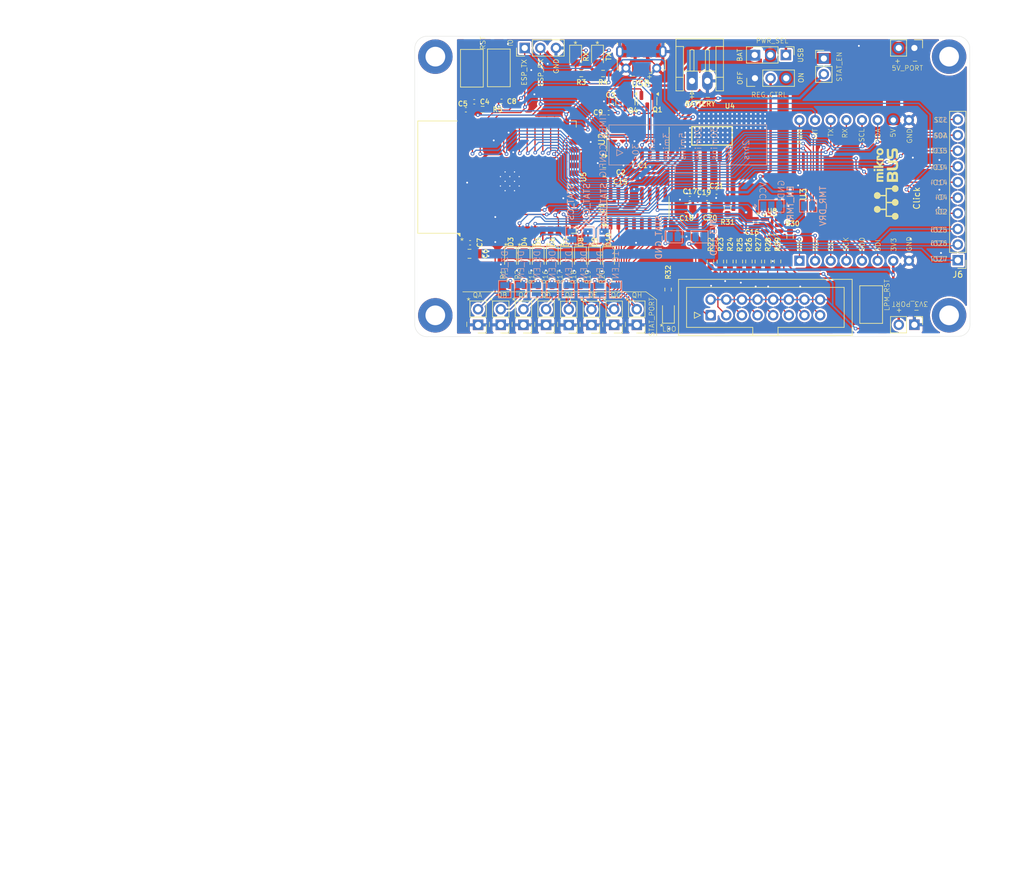
<source format=kicad_pcb>
(kicad_pcb (version 20240108) (generator "pcbnew") (generator_version "8.0")
  (layers (0 "F.Cu" signal) (31 "B.Cu" signal) (34 "B.Paste" user) (35 "F.Paste" user) (36 "B.SilkS" user "B.Silkscreen") (37 "F.SilkS" user "F.Silkscreen") (38 "B.Mask" user) (39 "F.Mask" user) (44 "Edge.Cuts" user))
  (net 0 "")
  (net 1 "MIKROE_GND")
  (net 2 "Net-(U2-V3)")
  (net 3 "Net-(J9-Pin_2)")
  (net 4 "ESP_EN")
  (net 5 "MIKROE_3V3")
  (net 6 "ESP_I0")
  (net 7 "VBUS")
  (net 8 "MIKROE_5V")
  (net 9 "Net-(U4-FB)")
  (net 10 "ESP_RX")
  (net 11 "Net-(D1-A)")
  (net 12 "ESP_TX")
  (net 13 "Net-(D2-A)")
  (net 14 "Net-(D3-A)")
  (net 15 "Net-(D4-A)")
  (net 16 "Net-(D5-A)")
  (net 17 "Net-(D6-A)")
  (net 18 "Net-(D7-A)")
  (net 19 "Net-(D8-A)")
  (net 20 "Net-(D9-A)")
  (net 21 "Net-(D10-A)")
  (net 22 "Net-(D12-A)")
  (net 23 "Net-(J1-Pin_2)")
  (net 24 "+VDC")
  (net 25 "Net-(J4-Pin_2)")
  (net 26 "IO_4")
  (net 27 "IO_25")
  (net 28 "IO_26")
  (net 29 "MIKROE_SCL")
  (net 30 "IO_27")
  (net 31 "IO_2")
  (net 32 "IO_35")
  (net 33 "IO_34")
  (net 34 "IO_14")
  (net 35 "MIKROE_SDA")
  (net 36 "Net-(J10-Pin_2)")
  (net 37 "D+")
  (net 38 "D-")
  (net 40 "Net-(J13-Pin_2)")
  (net 41 "Net-(J14-Pin_2)")
  (net 42 "Net-(J15-Pin_2)")
  (net 43 "Net-(J16-Pin_2)")
  (net 44 "Net-(J17-Pin_2)")
  (net 45 "Net-(J18-Pin_2)")
  (net 46 "Net-(J19-Pin_10)")
  (net 47 "Net-(J19-Pin_9)")
  (net 48 "Net-(J19-Pin_15)")
  (net 49 "Net-(J19-Pin_1)")
  (net 50 "Net-(J19-Pin_11)")
  (net 51 "Net-(J19-Pin_3)")
  (net 52 "Net-(J19-Pin_5)")
  (net 53 "Net-(J19-Pin_13)")
  (net 54 "Net-(J19-Pin_7)")
  (net 55 "Net-(JP3-B)")
  (net 56 "Net-(JP4-B)")
  (net 57 "Net-(JP5-B)")
  (net 58 "Net-(JP6-B)")
  (net 59 "Net-(JP7-B)")
  (net 60 "Net-(JP8-B)")
  (net 61 "Net-(JP9-B)")
  (net 62 "Net-(JP10-B)")
  (net 63 "Net-(JP11-B)")
  (net 64 "Net-(JP13-B)")
  (net 65 "Net-(JP14-B)")
  (net 66 "Net-(JP15-B)")
  (net 67 "Net-(JP16-C)")
  (net 68 "Net-(JP17-B)")
  (net 69 "Net-(JP18-B)")
  (net 70 "Net-(Q1-G)")
  (net 71 "Net-(Q1-D)")
  (net 72 "TIMER_DONE")
  (net 81 "MIKROE_INT")
  (net 82 "MIKROE_AIN")
  (net 83 "MIKROE_CS")
  (net 84 "MIKROE_SDI")
  (net 85 "MIKROE_SDO")
  (net 86 "MIKROE_SCK")
  (net 87 "MIKROE_PWM")
  (net 88 "MIKROE_RX")
  (net 89 "MIKROE_RST")
  (net 90 "MIKROE_TX")
  (footprint "Resistor_SMD:R_0603_1608Metric_Pad0.98x0.95mm_HandSolder" (layer "F.Cu") (at 190.99 91.0725 90)
    (property "Reference" "R17")
    (property "Value" "1K")
  )
  (footprint "Capacitor_SMD:C_0402_1005Metric" (layer "F.Cu") (at 197.863 63.815)
    (property "Reference" "C9")
    (property "Value" "0.1uF")
  )
  (footprint "Capacitor_SMD:C_0805_2012Metric_Pad1.18x1.45mm_HandSolder" (layer "F.Cu") (at 197.15 73.5)
    (property "Reference" "C2")
    (property "Value" "10uF")
  )
  (footprint "Connector_PinHeader_2.54mm:PinHeader_1x02_P2.54mm_Vertical" (layer "F.Cu") (at 247.52 53.3 -90)
    (property "Reference" "J7" (hide yes))
    (property "Value" "Conn_01x02")
  )
  (footprint "Resistor_SMD:R_0603_1608Metric_Pad0.98x0.95mm_HandSolder" (layer "F.Cu") (at 184.14 91.0725 90)
    (property "Reference" "R2")
    (property "Value" "1K")
  )
  (footprint "LED_SMD:LED_0805_2012Metric_Pad1.15x1.40mm_HandSolder" (layer "F.Cu") (at 207.5688 96.1644 90)
    (property "Reference" "D12" (hide yes))
    (property "Value" "LED")
  )
  (footprint "Connector_PinHeader_2.54mm:PinHeader_1x02_P2.54mm_Vertical" (layer "F.Cu") (at 198.755 98.298 180)
    (property "Reference" "J17" (hide yes))
    (property "Value" "Conn_01x02_Socket")
  )
  (footprint "Capacitor_SMD:C_0402_1005Metric" (layer "F.Cu") (at 176.03 62.05 180)
    (property "Reference" "C4")
    (property "Value" "0.1uF")
  )
  (footprint "LED_SMD:LED_0805_2012Metric_Pad1.15x1.40mm_HandSolder" (layer "F.Cu") (at 188.708 87.4725 -90)
    (property "Reference" "D6")
    (property "Value" "LED")
  )
  (footprint "Capacitor_SMD:C_0402_1005Metric" (layer "F.Cu") (at 180.467 61.976)
    (property "Reference" "C8")
    (property "Value" "0.1uF")
  )
  (footprint "Resistor_SMD:R_0603_1608Metric_Pad0.98x0.95mm_HandSolder" (layer "F.Cu") (at 181.92 91.0725 90)
    (property "Reference" "R1")
    (property "Value" "1K")
  )
  (footprint "MountingHole:MountingHole_3.2mm_M3_DIN965_Pad" (layer "F.Cu") (at 169.71 96.75)
    (property "Reference" "H2" (hide yes))
    (property "Value" "MountingHole")
  )
  (footprint "Resistor_SMD:R_0603_1608Metric_Pad0.98x0.95mm_HandSolder" (layer "F.Cu") (at 223.72 88 90)
    (property "Reference" "R28")
    (property "Value" "22K")
  )
  (footprint "Connector_USB:USB_Micro-B_Molex-105017-0001" (layer "F.Cu") (at 203.17 55.12 180)
    (property "Reference" "J11" (hide yes))
    (property "Value" "USB_B_Micro")
  )
  (footprint "Connector_PinHeader_2.54mm:PinHeader_1x02_P2.54mm_Vertical" (layer "F.Cu") (at 176.657 98.298 180)
    (property "Reference" "J1" (hide yes))
    (property "Value" "Conn_01x02_Socket")
  )
  (footprint "Resistor_SMD:R_0603_1608Metric_Pad0.98x0.95mm_HandSolder" (layer "F.Cu") (at 217.175 79.375 90)
    (property "Reference" "R31")
    (property "Value" "1M")
  )
  (footprint "Connector_IDC:IDC-Header_2x08_P2.54mm_Vertical" (layer "F.Cu") (at 214.43 96.73 90)
    (property "Reference" "J19" (hide yes))
    (property "Value" "Timer Config")
  )
  (footprint "Resistor_SMD:R_0603_1608Metric_Pad0.98x0.95mm_HandSolder" (layer "F.Cu") (at 195.56 91.0725 90)
    (property "Reference" "R19")
    (property "Value" "1K")
  )
  (footprint "Connector_PinHeader_2.54mm:PinHeader_1x03_P2.54mm_Vertical" (layer "F.Cu") (at 184.23 53.3 90)
    (property "Reference" "J3" (hide yes))
    (property "Value" "Conn_01x03_Socket")
  )
  (footprint "Resistor_SMD:R_0603_1608Metric_Pad0.98x0.95mm_HandSolder" (layer "F.Cu") (at 193.26 91.0725 90)
    (property "Reference" "R18")
    (property "Value" "1K")
  )
  (footprint "RF_Module:ESP32-WROOM-32" (layer "F.Cu") (at 182.72 74.29 90)
    (property "Reference" "U5")
    (property "Value" "ESP32-WROOM-32")
  )
  (footprint "Connector_PinHeader_2.54mm:PinHeader_1x03_P2.54mm_Vertical" (layer "F.Cu") (at 226.6546 54.4322 -90)
    (property "Reference" "J12" (hide yes))
    (property "Value" "POWER_SELECT")
  )
  (footprint "Resistor_SMD:R_0603_1608Metric_Pad0.98x0.95mm_HandSolder" (layer "F.Cu") (at 217.56 88 90)
    (property "Reference" "R24")
    (property "Value" "91K")
  )
  (footprint "MountingHole:MountingHole_3.2mm_M3_DIN965_Pad" (layer "F.Cu") (at 253.16 96.75)
    (property "Reference" "H3" (hide yes))
    (property "Value" "MountingHole")
  )
  (footprint "Resistor_SMD:R_0603_1608Metric_Pad0.98x0.95mm_HandSolder" (layer "F.Cu") (at 222.18 88.0025 90)
    (property "Reference" "R27")
    (property "Value" "34.8K")
  )
  (footprint "LED_SMD:LED_0805_2012Metric_Pad1.15x1.40mm_HandSolder" (layer "F.Cu") (at 195.566 87.4725 -90)
    (property "Reference" "D9")
    (property "Value" "LED")
  )
  (footprint "LED_SMD:LED_0805_2012Metric_Pad1.15x1.40mm_HandSolder" (layer "F.Cu") (at 181.93 87.4725 -90)
    (property "Reference" "D3")
    (property "Value" "LED")
  )
  (footprint "Resistor_SMD:R_0603_1608Metric_Pad0.98x0.95mm_HandSolder" (layer "F.Cu") (at 196.9625 57.45 180)
    (property "Reference" "R4")
    (property "Value" "1K")
  )
  (footprint "Resistor_SMD:R_0603_1608Metric_Pad0.98x0.95mm_HandSolder" (layer "F.Cu") (at 227.3255 84.02 -90)
    (property "Reference" "R30")
    (property "Value" "1M")
  )
  (footprint "Package_SO:SOIC-16_3.9x9.9mm_P1.27mm" (layer "F.Cu") (at 202.635 68.133 90)
    (property "Reference" "U2")
    (property "Value" "CH340C")
  )
  (footprint "LED_SMD:LED_0805_2012Metric_Pad1.15x1.40mm_HandSolder" (layer "F.Cu") (at 186.422 87.4725 -90)
    (property "Reference" "D5")
    (property "Value" "LED")
  )
  (footprint "Connector_PinHeader_2.54mm:PinHeader_1x02_P2.54mm_Vertical" (layer "F.Cu") (at 191.389 98.325 180)
    (property "Reference" "J15" (hide yes))
    (property "Value" "Conn_01x02_Socket")
  )
  (footprint "MountingHole:MountingHole_3.2mm_M3_DIN965_Pad" (layer "F.Cu") (at 253.16 54.71)
    (property "Reference" "H4" (hide yes))
    (property "Value" "MountingHole")
  )
  (footprint "Button_Switch_SMD:SW_SPST_CK_RS282G05A3" (layer "F.Cu") (at 180.03 56.54 90)
    (property "Reference" "SW2" (hide yes))
    (property "Value" "SW_Push")
  )
  (footprint "Capacitor_SMD:C_0402_1005Metric" (layer "F.Cu") (at 221.7535 81.658 90)
    (property "Reference" "C16")
    (property "Value" "0.1uF")
  )
  (footprint "Resistor_SMD:R_0603_1608Metric_Pad0.98x0.95mm_HandSolder" (layer "F.Cu") (at 219.1 88 90)
    (property "Reference" "R25")
    (property "Value" "76.8K")
  )
  (footprint "Connector_PinHeader_2.54mm:PinHeader_1x02_P2.54mm_Vertical" (layer "F.Cu") (at 184.023 98.298 180)
    (property "Reference" "J13" (hide yes))
    (property "Value" "Conn_01x02_Socket")
  )
  (footprint "Package_SO:SOIC-16_3.9x9.9mm_P1.27mm" (layer "F.Cu") (at 202.62 79.36 90)
    (property "Reference" "U1")
    (property "Value" "74HC595")
  )
  (footprint "Resistor_SMD:R_0603_1608Metric_Pad0.98x0.95mm_HandSolder" (layer "F.Cu") (at 225.298 87.9875 90)
    (property "Reference" "R29")
    (property "Value" "16.9K")
  )
  (footprint "Capacitor_SMD:C_0402_1005Metric" (layer "F.Cu") (at 174.67 63.35)
    (property "Reference" "C5")
    (property "Value" "0.1uF")
  )
  (footprint "MIKROE_3800:MIKROE-3800" (layer "F.Cu") (at 246.634 87.884 90)
    (property "Reference" "U3")
    (property "Value" "MIKROE")
  )
  (footprint "Resistor_SMD:R_0603_1608Metric_Pad0.98x0.95mm_HandSolder" (layer "F.Cu") (at 216.0016 88.0091 90)
    (property "Reference" "R23")
    (property "Value" "124K")
  )
  (footprint "Connector_PinHeader_2.54mm:PinHeader_1x02_P2.54mm_Vertical" (layer "F.Cu") (at 180.34 98.298 180)
    (property "Reference" "J10" (hide yes))
    (property "Value" "Conn_01x02_Socket")
  )
  (footprint "Capacitor_SMD:C_0805_2012Metric_Pad1.18x1.45mm_HandSolder" (layer "F.Cu") (at 214.38 79.32 180)
    (property "Reference" "C20")
    (property "Value" "10uF")
  )
  (footprint "Capacitor_SMD:C_0402_1005Metric" (layer "F.Cu") (at 201.8 72.324)
    (property "Reference" "C1")
    (property "Value" "0.1uF")
  )
  (footprint "MountingHole:MountingHole_3.2mm_M3_DIN965_Pad" (layer "F.Cu") (at 169.72 54.71)
    (property "Reference" "H1" (hide yes))
    (property "Value" "MountingHole")
  )
  (footprint "LED_SMD:LED_0805_2012Metric_Pad1.15x1.40mm_HandSolder" (layer "F.Cu") (at 190.994 87.4725 -90)
    (property "Reference" "D7")
    (property "Value" "LED")
  )
  (footprint "Resistor_SMD:R_0603_1608Metric_Pad0.98x0.95mm_HandSolder" (layer "F.Cu") (at 186.42 91.0725 90)
    (property "Reference" "R15")
    (property "Value" "1K")
  )
  (footprint "Capacitor_SMD:C_0402_1005Metric" (layer "F.Cu") (at 197.69 75.05)
    (property "Reference" "C15")
    (property "Value" "0.1uF")
  )
  (footprint "LED_SMD:LED_0805_2012Metric_Pad1.15x1.40mm_HandSolder" (layer "F.Cu") (at 197.852 87.4725 -90)
    (property "Reference" "D10")
    (property "Value" "LED")
  )
  (footprint "Connector_PinHeader_2.54mm:PinHeader_1x02_P2.54mm_Vertical" (layer "F.Cu") (at 187.706 98.298 180)
    (property "Reference" "J14" (hide yes))
    (property "Value" "Conn_01x02_Socket")
  )
  (footprint "Capacitor_SMD:C_0402_1005Metric" (layer "F.Cu") (at 175.359 84.963 180)
    (property "Reference" "C7")
    (property "Value" "0.1uF")
  )
  (footprint "Resistor_SMD:R_0603_1608Metric_Pad0.98x0.95mm_HandSolder" (layer "F.Cu") (at 220.65 87.9925 90)
    (property "Reference" "R26")
    (property "Value" "43.2K")
  )
  (footprint "Resistor_SMD:R_0603_1608Metric_Pad0.98x0.95mm_HandSolder" (layer "F.Cu") (at 193.4125 57.45 180)
    (property "Reference" "R3")
    (property "Value" "1K")
  )
  (footprint "Connector_PinHeader_2.54mm:PinHeader_1x02_P2.54mm_Vertical" (layer "F.Cu") (at 195.072 98.325 180)
    (property "Reference" "J16" (hide yes))
    (property "Value" "Conn_01x02_Socket")
  )
  (footprint "LED_SMD:LED_0805_2012Metric_Pad1.15x1.40mm_HandSolder" (layer "F.Cu") (at 193.28 87.4725 -90)
    (property "Reference" "D8")
    (property "Value" "LED")
  )
  (footprint "Capacitor_SMD:C_0402_1005Metric" (layer "F.Cu") (at 213.84 77.73 180)
    (property "Reference" "C19")
    (property "Value" "0.1uF")
  )
  (footprint "LED_SMD:LED_0805_2012Metric_Pad1.15x1.40mm_HandSolder" (layer "F.Cu") (at 196.046 54.715 -90)
    (property "Reference" "D2" (hide yes))
    (property "Value" "LED")
  )
  (footprint "Capacitor_SMD:C_0402_1005Metric" (layer "F.Cu") (at 215.392 76.708)
    (property "Reference" "C21")
    (property "Value" "10nF")
  )
  (footprint "Resistor_SMD:R_0603_1608Metric_Pad0.98x0.95mm_HandSolder" (layer "F.Cu") (at 207.5148 92.5598 -90)
    (property "Reference" "R32")
    (property "Value" "1K")
  )
  (footprint "ICPH:DCQ0006A" (layer "F.Cu") (at 214.65 67.58 90)
    (property "Reference" "U4")
    (property "Value" "TPS73733DCQR")
  )
  (footprint "Package_TO_SOT_SMD:SOT-23" (layer "F.Cu") (at 200.585 61.93 -90)
    (property "Reference" "Q4")
    (property "Value" "BSS138")
  )
  (footprint "Connector_PinHeader_2.54mm:PinHeader_1x02_P2.54mm_Vertical" (layer "F.Cu") (at 202.438 98.298 180)
    (property "Reference" "J18" (hide yes))
    (property "Value" "Conn_01x02_Socket")
  )
  (footprint "Capacitor_SMD:C_0805_2012Metric_Pad1.18x1.45mm_HandSolder" (layer "F.Cu") (at 210.5 79.325)
    (property "Reference" "C18")
    (property "Value" "10uF")
  )
  (footprint "Connector_PinHeader_2.54mm:PinHeader_1x10_P2.54mm_Vertical" (layer "F.Cu") (at 254.57 87.79 180)
    (property "Reference" "J6")
    (property "Value" "Conn_01x10")
  )
  (footprint "Button_Switch_SMD:SW_SPST_CK_RS282G05A3" (layer "F.Cu") (at 175.65 56.6 -90)
    (property "Reference" "SW1" (hide yes))
    (property "Value" "SW_Push")
  )
  (footprint "Button_Switch_SMD:SW_SPST_CK_RS282G05A3" (layer "F.Cu") (at 240.5 95 90)
    (property "Reference" "SW4" (hide yes))
    (property "Value" "LPM_RST")
  )
  (footprint "Capacitor_SMD:C_0805_2012Metric_Pad1.18x1.45mm_HandSolder" (layer "F.Cu") (at 175.26 86.741 180)
    (property "Reference" "C6")
    (property "Value" "10uF")
  )
  (footprint "Resistor_SMD:R_0603_1608Metric_Pad0.98x0.95mm_HandSolder" (layer "F.Cu") (at 197.86 91.0725 90)
    (property "Reference" "R20")
    (property "Value" "1K")
  )
  (footprint "Connector_PinHeader_2.54mm:PinHeader_1x03_P2.54mm_Vertical" (layer "F.Cu") (at 221.623 58.209 90)
    (property "Reference" "J4" (hide yes))
    (property "Value" "REG_CTRL")
  )
  (footprint "Connector_JST:JST_EH_S2B-EH_1x02_P2.50mm_Horizontal" (layer "F.Cu") (at 211.4 58.6525)
    (property "Reference" "J2" (hide yes))
    (property "Value" "DC_IN")
  )
  (footprint "Resistor_SMD:R_0603_1608Metric_Pad0.98x0.95mm_HandSolder" (layer "F.Cu") (at 177.4 63.3 180)
    (property "Reference" "R5")
    (property "Value" "1K")
  )
  (footprint "Package_TO_SOT_SMD:SOT-23-6" (layer "F.Cu") (at 224.4035 82.108)
    (property "Reference" "U8")
    (property "Value" "TPL5110")
  )
  (footprint "Capacitor_SMD:C_0402_1005Metric" (layer "F.Cu") (at 211.055 77.775)
    (property "Reference" "C17")
    (property "Value" "0.1uF")
  )
  (footprint "Package_TO_SOT_SMD:SOT-23" (layer "F.Cu") (at 204.135 61.9525 -90)
    (property "Reference" "Q1")
    (property "Value" "BSS138")
  )
  (footprint "Resistor_SMD:R_0603_1608Metric_Pad0.98x0.95mm_HandSolder" (layer "F.Cu") (at 214.4014 88.0091 90)
    (property "Reference" "R22")
    (property "Value" "169K")
  )
  (footprint "Resistor_SMD:R_0603_1608Metric_Pad0.98x0.95mm_HandSolder" (layer "F.Cu") (at 188.68 91.0725 90)
    (property "Reference" "R16")
    (property "Value" "1K")
  )
  (footprint "LED_SMD:LED_0805_2012Metric_Pad1.15x1.40mm_HandSolder" (layer "F.Cu") (at 192.49 54.715 -90)
    (property "Reference" "D1" (hide yes))
    (property "Value" "LED")
  )
  (footprint "Connector_PinHeader_2.54mm:PinHeader_1x02_P2.54mm_Vertical" (layer "F.Cu") (at 247.52 98.28 -90)
    (property "Reference" "J8" (hide yes))
    (property "Value" "Conn_01x02")
  )
  (footprint "LED_SMD:LED_0805_2012Metric_Pad1.15x1.40mm_HandSolder" (layer "F.Cu") (at 184.136 87.4725 -90)
    (property "Reference" "D4")
    (property "Value" "LED")
  )
  (footprint "Capacitor_SMD:C_0402_1005Metric" (layer "F.Cu") (at 198.247 62.385 -90)
    (property "Reference" "C3")
    (property "Value" "0.1uF")
  )
  (footprint "Connector_PinHeader_2.54mm:PinHeader_1x02_P2.54mm_Vertical" (layer "F.Cu") (at 232.8164 55.0114)
    (property "Reference" "J9" (hide yes))
    (property "Value" "REG_EN")
  )
  (footprint "Jumper:SolderJumper-2_P1.3mm_Open_Pad1.0x1.5mm" (layer "B.Cu") (at 196.42 92.552 90)
    (property "Reference" "JP9" (hide yes))
    (property "Value" "SolderJumper_2_Open")
  )
  (footprint "Jumper:SolderJumper-2_P1.3mm_Open_Pad1.0x1.5mm" (layer "B.Cu") (at 208.43 83.98 180)
    (property "Reference" "JP11" (hide yes))
    (property "Value" "SolderJumper_2_Open")
  )
  (footprint "Jumper:SolderJumper-2_P1.3mm_Open_Pad1.0x1.5mm" (layer "B.Cu") (at 191.9 83.79 90)
    (property "Reference" "JP13" (hide yes))
    (property "Value" "SolderJumper_2_Open")
  )
  (footprint "Jumper:SolderJumper-2_P1.3mm_Open_Pad1.0x1.5mm" (layer "B.Cu") (at 230.27 78.98 180)
    (property "Reference" "JP17" (hide yes))
    (property "Value" "SolderJumper_2_Open")
  )
  (footprint "Jumper:SolderJumper-2_P1.3mm_Open_Pad1.0x1.5mm" (layer "B.Cu") (at 193.86 92.532 90)
    (property "Reference" "JP8" (hide yes))
    (property "Value" "SolderJumper_2_Open")
  )
  (footprint "Jumper:SolderJumper-2_P1.3mm_Open_Pad1.0x1.5mm" (layer "B.Cu") (at 197.12 83.79 90)
    (property "Reference" "JP15" (hide yes))
    (property "Value" "SolderJumper_2_Open")
  )
  (footprint "Jumper:SolderJumper-3_P1.3mm_Open_Pad1.0x1.5mm" (layer "B.Cu") (at 224.282 78.994)
    (property "Reference" "JP16" (hide yes))
    (property "Value" "SolderJumper_3_Open")
  )
  (footprint "Jumper:SolderJumper-2_P1.3mm_Open_Pad1.0x1.5mm" (layer "B.Cu") (at 181 92.5 90)
    (property "Reference" "JP3" (hide yes))
    (property "Value" "SolderJumper_2_Open")
  )
  (footprint "Jumper:SolderJumper-2_P1.3mm_Open_Pad1.0x1.5mm" (layer "B.Cu") (at 186.15 92.502 90)
    (property "Reference" "JP5" (hide yes))
    (property "Value" "SolderJumper_2_Open")
  )
  (footprint "Jumper:SolderJumper-2_P1.3mm_Open_Pad1.0x1.5mm" (layer "B.Cu") (at 183.57 92.492 90)
    (property "Reference" "JP4" (hide yes))
    (property "Value" "SolderJumper_2_Open")
  )
  (footprint "Jumper:SolderJumper-2_P1.3mm_Open_Pad1.0x1.5mm" (layer "B.Cu") (at 194.5 83.78 90)
    (property "Reference" "JP14" (hide yes))
    (property "Value" "SolderJumper_2_Open")
  )
  (footprint "Jumper:SolderJumper-2_P1.3mm_Open_Pad1.0x1.5mm" (layer "B.Cu") (at 212.61 83.99 180)
    (property "Reference" "JP18" (hide yes))
    (property "Value" "SolderJumper_2_Open")
  )
  (footprint "Jumper:SolderJumper-2_P1.3mm_Open_Pad1.0x1.5mm" (layer "B.Cu") (at 191.29 92.532 90)
    (property "Reference" "JP7" (hide yes))
    (property "Value" "SolderJumper_2_Open")
  )
  (footprint "Jumper:SolderJumper-2_P1.3mm_Open_Pad1.0x1.5mm" (layer "B.Cu") (at 188.71 92.522 90)
    (property "Reference" "JP6" (hide yes))
    (property "Value" "SolderJumper_2_Open")
  )
  (footprint "Jumper:SolderJumper-2_P1.3mm_Open_Pad1.0x1.5mm" (layer "B.Cu") (at 198.99 92.552 90)
    (property "Reference" "JP10" (hide yes))
    (property "Value" "SolderJumper_2_Open")
  )
  (gr_line (start 208.665 73.62) (end 212.765 73.62) (stroke (width 0.1)) (layer "B.SilkS"))
  (gr_line (start 223.515 72.31) (end 212.765 72.31) (stroke (width 0.1)) (layer "B.SilkS"))
  (gr_line (start 197.915 65.81) (end 223.515 65.81) (stroke (width 0.1)) (layer "B.SilkS"))
  (gr_line (start 200.175 70.33) (end 199.175 70.83) (stroke (width 0.1)) (layer "B.SilkS"))
  (gr_line (start 197.915 72.31) (end 197.915 65.81) (stroke (width 0.1)) (layer "B.SilkS"))
  (gr_line (start 208.665 72.31) (end 197.915 72.31) (stroke (width 0.1)) (layer "B.SilkS"))
  (gr_line (start 200.175 70.33) (end 199.175 69.83) (stroke (width 0.1)) (layer "B.SilkS"))
  (gr_line (start 199.175 69.83) (end 199.175 70.83) (stroke (width 0.1)) (layer "B.SilkS"))
  (gr_line (start 208.665 73.62) (end 208.665 72.31) (stroke (width 0.1)) (layer "B.SilkS"))
  (gr_line (start 223.515 65.81) (end 223.515 72.31) (stroke (width 0.1)) (layer "B.SilkS"))
  (gr_line (start 212.765 72.31) (end 212.765 73.62) (stroke (width 0.1)) (layer "B.SilkS"))
  (gr_line (start 174.17 92.93) (end 203.92 92.93) (stroke (width 0.1)) (layer "F.SilkS"))
  (gr_line (start 205.66 94.21) (end 205.66 100.03) (stroke (width 0.1)) (layer "F.SilkS"))
  (gr_line (start 203.92 92.93) (end 205.66 94.21) (stroke (width 0.1)) (layer "F.SilkS"))
  (gr_line (start 168.581218 100.222358) (end 254.703442 100.16853) (stroke (width 0.05)) (layer "Edge.Cuts"))
  (gr_line (start 254.8 51.382709) (end 168.402 51.382782) (stroke (width 0.05)) (layer "Edge.Cuts"))
  (gr_arc (start 166.385692 53.666822) (mid 166.878654 52.07) (end 168.402 51.382782) (stroke (width 0.05)) (layer "Edge.Cuts"))
  (gr_arc (start 254.8 51.382709) (mid 256.03846 52.080562) (end 256.528997 53.414782) (stroke (width 0.05)) (layer "Edge.Cuts"))
  (gr_arc (start 168.581218 100.222358) (mid 167.024863 99.695) (end 166.362765 98.191014) (stroke (width 0.05)) (layer "Edge.Cuts"))
  (gr_line (start 256.554449 98.13823) (end 256.528997 53.414782) (stroke (width 0.05)) (layer "Edge.Cuts"))
  (gr_arc (start 256.554449 98.13823) (mid 256.063347 99.54942) (end 254.703442 100.168529) (stroke (width 0.05)) (layer "Edge.Cuts"))
  (gr_line (start 166.385692 53.666822) (end 166.362765 98.191014) (stroke (width 0.05)) (layer "Edge.Cuts"))
  (gr_text "D6_EN" (at 189.3 86.14 90) (layer "B.SilkS") (effects (font (size 1 1) (thickness 0.1)) (justify left bottom mirror)))
  (gr_text "D10_EN" (at 199.59 85.187619 90) (layer "B.SilkS") (effects (font (size 1 1) (thickness 0.1)) (justify left bottom mirror)))
  (gr_text "IO4" (at 252.88619 78.03 -0) (layer "B.SilkS") (effects (font (size 0.8 0.8) (thickness 0.08)) (justify left bottom mirror)))
  (gr_text "IO35" (at 252.88619 70.46 -0) (layer "B.SilkS") (effects (font (size 0.8 0.8) (thickness 0.08)) (justify left bottom mirror)))
  (gr_text "IO25" (at 252.88619 83.32 -0) (layer "B.SilkS") (effects (font (size 0.8 0.8) (thickness 0.08)) (justify left bottom mirror)))
  (gr_text "D3_EN" (at 181.58 86.14 90) (layer "B.SilkS") (effects (font (size 1 1) (thickness 0.1)) (justify left bottom mirror)))
  (gr_text "30s" (at 202.855 68.754761 90) (layer "B.SilkS") (effects (font (size 1 1) (thickness 0.1)) (justify left bottom mirror)))
  (gr_text "SCL" (at 252.88619 65.45 -0) (layer "B.SilkS") (effects (font (size 0.8 0.8) (thickness 0.08)) (justify left bottom mirror)))
  (gr_text "30mins" (at 215.605 66.040476 90) (layer "B.SilkS") (effects (font (size 1 1) (thickness 0.1)) (justify left bottom mirror)))
  (gr_text "5mins\n" (at 210.465 66.992857 90) (layer "B.SilkS") (effects (font (size 1 1) (thickness 0.1)) (justify left bottom mirror)))
  (gr_text "D9_EN" (at 197.05 86.14 90) (layer "B.SilkS") (effects (font (size 1 1) (thickness 0.1)) (justify left bottom mirror)))
  (gr_text "IO26" (at 252.88619 85.5 -0) (layer "B.SilkS") (effects (font (size 0.8 0.8) (thickness 0.08)) (justify left bottom mirror)))
  (gr_text "1min" (at 205.445 67.802381 90) (layer "B.SilkS") (effects (font (size 1 1) (thickness 0.1)) (justify left bottom mirror)))
  (gr_text "D5_EN" (at 186.82 86.14 90) (layer "B.SilkS") (effects (font (size 1 1) (thickness 0.1)) (justify left bottom mirror)))
  (gr_text "20mins\n" (at 213.015 66.040476 90) (layer "B.SilkS") (effects (font (size 1 1) (thickness 0.1)) (justify left bottom mirror)))
  (gr_text "1hr" (at 218.095 68.992856 90) (layer "B.SilkS") (effects (font (size 1 1) (thickness 0.1)) (justify left bottom mirror)))
  (gr_text "3mins\n" (at 207.845 66.992857 90) (layer "B.SilkS") (effects (font (size 1 1) (thickness 0.1)) (justify left bottom mirror)))
  (gr_text "D7_EN" (at 191.99 86.14 90) (layer "B.SilkS") (effects (font (size 1 1) (thickness 0.1)) (justify left bottom mirror)))
  (gr_text "SDA" (at 252.88619 67.99 -0) (layer "B.SilkS") (effects (font (size 0.8 0.8) (thickness 0.08)) (justify left bottom mirror)))
  (gr_text "IO27\n" (at 252.88619 88.06 -0) (layer "B.SilkS") (effects (font (size 0.8 0.8) (thickness 0.08)) (justify left bottom mirror)))
  (gr_text "D8_EN" (at 194.44 86.14 90) (layer "B.SilkS") (effects (font (size 1 1) (thickness 0.1)) (justify left bottom mirror)))
  (gr_text "IO34" (at 252.88619 73.16 -0) (layer "B.SilkS") (effects (font (size 0.8 0.8) (thickness 0.08)) (justify left bottom mirror)))
  (gr_text "VCC" (at 223.53 74.98 90) (layer "B.SilkS") (effects (font (size 1 1) (thickness 0.1)) (justify left bottom mirror)))
  (gr_text "IO14" (at 252.88619 75.62 -0) (layer "B.SilkS") (effects (font (size 0.8 0.8) (thickness 0.08)) (justify left bottom mirror)))
  (gr_text "IO2" (at 252.88619 80.38 -0) (layer "B.SilkS") (effects (font (size 0.8 0.8) (thickness 0.08)) (justify left bottom mirror)))
  (gr_text "GND" (at 226.49 74.69 90) (layer "B.SilkS") (effects (font (size 1 1) (thickness 0.1)) (justify left bottom mirror)))
  (gr_text "D4_EN" (at 184.2 86.14 90) (layer "B.SilkS") (effects (font (size 1 1) (thickness 0.1)) (justify left bottom mirror)))
  (gr_text "TIMER CONFIG" (at 197.535 63.742856 90) (layer "B.SilkS") (effects (font (size 1 1) (thickness 0.1)) (justify left bottom mirror)))
  (gr_text "2hrs" (at 220.765 68.183332 90) (layer "B.SilkS") (effects (font (size 1 1) (thickness 0.1)) (justify left bottom mirror)))
  (gr_text "*" (at 174.66 95.02 0) (layer "F.SilkS") (effects (font (size 1 1) (thickness 0.1)) (justify left bottom)))
  (gr_text "*" (at 185.7 95.04 0) (layer "F.SilkS") (effects (font (size 1 1) (thickness 0.1)) (justify left bottom)))
  (gr_text "INT" (at 231.87 68.270476 90) (layer "F.SilkS") (effects (font (size 0.8 0.8) (thickness 0.08)) (justify left bottom)))
  (gr_text "3V3" (at 244.64 86.43 90) (layer "F.SilkS") (effects (font (size 0.8 0.8) (thickness 0.08)) (justify left bottom)))
  (gr_text "RX" (at 236.72 68.00381 90) (layer "F.SilkS") (effects (font (size 0.8 0.8) (thickness 0.08)) (justify left bottom)))
  (gr_text "SDA" (at 250.595238 68.02 0) (layer "F.SilkS") (effects (font (size 0.8 0.8) (thickness 0.08)) (justify left bottom)))
  (gr_text "GND\n" (at 247.16 86.43 90) (layer "F.SilkS") (effects (font (size 0.8 0.8) (thickness 0.08)) (justify left bottom)))
  (gr_text "STAT_PORT" (at 205.33 100.22 90) (layer "F.SilkS") (effects (font (size 0.8 0.8) (thickness 0.08)) (justify left bottom)))
  (gr_text "*" (at 182.01 95.03 0) (layer "F.SilkS") (effects (font (size 1 1) (thickness 0.1)) (justify left bottom)))
  (gr_text "-" (at 182.7 98.9 90) (layer "F.SilkS") (effects (font (size 1 1) (thickness 0.1)) (justify left bottom)))
  (gr_text "QE" (at 190.68 93.95 0) (layer "F.SilkS") (effects (font (size 0.8 0.8) (thickness 0.08)) (justify left bottom)))
  (gr_text "TX" (at 234.42 67.813334 90) (layer "F.SilkS") (effects (font (size 0.8 0.8) (thickness 0.08)) (justify left bottom)))
  (gr_text "ESP_TX" (at 184.62 59.47 90) (layer "F.SilkS") (effects (font (size 0.8 0.8) (thickness 0.1)) (justify left bottom)))
  (gr_text "*" (at 196.45 82.89 0) (layer "F.SilkS") (effects (font (size 1 1) (thickness 0.1)) (justify left bottom)))
  (gr_text "-" (at 197.41 98.9 90) (layer "F.SilkS") (effects (font (size 1 1) (thickness 0.1)) (justify left bottom)))
  (gr_text "+" (at 203.94 58.39 0) (layer "F.SilkS") (effects (font (size 0.8 0.8) (thickness 0.1)) (justify left bottom)))
  (gr_text "SCL" (at 250.633333 65.48 0) (layer "F.SilkS") (effects (font (size 0.8 0.8) (thickness 0.08)) (justify left bottom)))
  (gr_text "IO2" (at 250.861905 80.41 0) (layer "F.SilkS") (effects (font (size 0.8 0.8) (thickness 0.08)) (justify left bottom)))
  (gr_text "*" (at 196.43 71.7 0) (layer "F.SilkS") (effects (font (size 1 1) (thickness 0.1)) (justify left bottom)))
  (gr_text "BAT" (at 219.63 55.58 90) (layer "F.SilkS") (effects (font (size 0.8 0.8) (thickness 0.1)) (justify left bottom)))
  (gr_text "QC" (at 183.15 93.95 0) (layer "F.SilkS") (effects (font (size 0.8 0.8) (thickness 0.08)) (justify left bottom)))
  (gr_text "-" (at 247.06 55.86 0) (layer "F.SilkS") (effects (font (size 0.8 0.8) (thickness 0.1)) (justify left bottom)))
  (gr_text "*" (at 180.72 86.14 0) (layer "F.SilkS") (effects (font (size 1 1) (thickness 0.1)) (justify left bottom)))
  (gr_text "*" (at 187.45 86.15 0) (layer "F.SilkS") (effects (font (size 1 1) (thickness 0.1)) (justify left bottom)))
  (gr_text "+" (at 244.47 96.33 0) (layer "F.SilkS") (effects (font (size 0.8 0.8) (thickness 0.1)) (justify left bottom)))
  (gr_text "*" (at 196.77 95.03 0) (layer "F.SilkS") (effects (font (size 1 1) (thickness 0.1)) (justify left bottom)))
  (gr_text "*" (at 173.59 85.3 0) (layer "F.SilkS") (effects (font (size 1 1) (thickness 0.1)) (justify left bottom)))
  (gr_text "-\n" (at 213.41 61.73 0) (layer "F.SilkS") (effects (font (size 0.8 0.8) (thickness 0.1)) (justify left bottom)))
  (gr_text "SCK" (at 236.89 86.43 90) (layer "F.SilkS") (effects (font (size 0.8 0.8) (thickness 0.08)) (justify left bottom)))
  (gr_text "*" (at 221.66 81.12 0) (layer "F.SilkS") (effects (font (size 1 1) (thickness 0.1)) (justify left bottom)))
  (gr_text "-" (at 186.37 98.9 90) (layer "F.SilkS") (effects (font (size 1 1) (thickness 0.1)) (justify left bottom)))
  (gr_text "AIN" (at 229.35 86.43 90) (layer "F.SilkS") (effects (font (size 0.8 0.8) (thickness 0.08)) (justify left bottom)))
  (gr_text "-" (at 175.33 98.9 90) (layer "F.SilkS") (effects (font (size 1 1) (thickness 0.1)) (justify left bottom)))
  (gr_text "*" (at 189.73 86.16 0) (layer "F.SilkS") (effects (font (size 1 1) (thickness 0.1)) (justify left bottom)))
  (gr_text "*" (at 196.61 86.17 0) (layer "F.SilkS") (effects (font (size 1 1) (thickness 0.1)) (justify left bottom)))
  (gr_text "*" (at 192.024 53.34 0) (layer "F.SilkS") (effects (font (size 1 1) (thickness 0.1)) (justify left bottom)))
  (gr_text "SDA" (at 242.06 68.689524 90) (layer "F.SilkS") (effects (font (size 0.8 0.8) (thickness 0.08)) (justify left bottom)))
  (gr_text "*" (at 185.17 86.16 0) (layer "F.SilkS") (effects (font (size 1 1) (thickness 0.1)) (justify left bottom)))
  (gr_text "+" (at 244.23 55.86 0) (layer "F.SilkS") (effects (font (size 0.8 0.8) (thickness 0.1)) (justify left bottom)))
  (gr_text "-" (at 179.01 98.9 90) (layer "F.SilkS") (effects (font (size 1 1) (thickness 0.1)) (justify left bottom)))
  (gr_text "ESP_RX" (at 187.32 59.58 90) (layer "F.SilkS") (effects (font (size 0.8 0.8) (thickness 0.1)) (justify left bottom)))
  (gr_text "IO14" (at 250.1 75.65 0) (layer "F.SilkS") (effects (font (size 0.8 0.8) (thickness 0.08)) (justify left bottom)))
  (gr_text "*" (at 206.02 99.26 0) (layer "F.SilkS") (effects (font (size 1 1) (thickness 0.1)) (justify left bottom)))
  (gr_text "-\n" (at 201.23 58.3 0) (layer "F.SilkS") (effects (font (size 0.8 0.8) (thickness 0.1)) (justify left bottom)))
  (gr_text "GND\n" (at 247.22 68.88 90) (layer "F.SilkS") (effects (font (size 0.8 0.8) (thickness 0.08)) (justify left bottom)))
  (gr_text "IO27\n" (at 250.1 88.09 0) (layer "F.SilkS") (effects (font (size 0.8 0.8) (thickness 0.08)) (justify left bottom)))
  (gr_text "QB" (at 179.7 93.95 0) (layer "F.SilkS") (effects (font (size 0.8 0.8) (thickness 0.08)) (justify left bottom)))
  (gr_text "SD0" (at 239.5 86.43 90) (layer "F.SilkS") (effects (font (size 0.8 0.8) (thickness 0.08)) (justify left bottom)))
  (gr_text "*" (at 193.05 95.07 0) (layer "F.SilkS") (effects (font (size 1 1) (thickness 0.1)) (justify left bottom)))
  (gr_text "CS" (at 234.42 86.43 90) (layer "F.SilkS") (effects (font (size 0.8 0.8) (thickness 0.08)) (justify left bottom)))
  (gr_text "*" (at 182.92 86.16 0) (layer "F.SilkS") (effects (font (size 1 1) (thickness 0.1)) (justify left bottom)))
  (gr_text "USB" (at 229.52 55.74 90) (layer "F.SilkS") (effects (font (size 0.8 0.8) (thickness 0.1)) (justify left bottom)))
  (gr_text "IO35" (at 250.1 70.49 0) (layer "F.SilkS") (effects (font (size 0.8 0.8) (thickness 0.08)) (justify left bottom)))
  (gr_text "*" (at 189.38 95.05 0) (layer "F.SilkS") (effects (font (size 1 1) (thickness 0.1)) (justify left bottom)))
  (gr_text "QA" (at 175.74 93.95 0) (layer "F.SilkS") (effects (font (size 0.8 0.8) (thickness 0.08)) (justify left bottom)))
  (gr_text "IO34" (at 250.1 73.19 0) (layer "F.SilkS") (effects (font (size 0.8 0.8) (thickness 0.08)) (justify left bottom)))
  (gr_text "*" (at 192.08 86.14 0) (layer "F.SilkS") (effects (font (size 1 1) (thickness 0.1)) (justify left bottom)))
  (gr_text "ON" (at 229.6 59.04 90) (layer "F.SilkS") (effects (font (size 0.8 0.8) (thickness 0.1)) (justify left bottom)))
  (gr_text "*" (at 195.58 53.34 0) (layer "F.SilkS") (effects (font (size 1 1) (thickness 0.1)) (justify left bottom)))
  (gr_text "-" (at 190.08 98.9 90) (layer "F.SilkS") (effects (font (size 1 1) (thickness 0.1)) (justify left bottom)))
  (gr_text "RST" (at 232.01 86.43 90) (layer "F.SilkS") (effects (font (size 0.8 0.8) (thickness 0.08)) (justify left bottom)))
  (gr_text "-" (at 193.74 98.9 90) (layer "F.SilkS") (effects (font (size 1 1) (thickness 0.1)) (justify left bottom)))
  (gr_text "*" (at 200.45 95.04 0) (layer "F.SilkS") (effects (font (size 1 1) (thickness 0.1)) (justify left bottom)))
  (gr_text "-" (at 201.09 98.9 90) (layer "F.SilkS") (effects (font (size 1 1) (thickness 0.1)) (justify left bottom)))
  (gr_text "5V" (at 244.53 67.889524 90) (layer "F.SilkS") (effects (font (size 0.8 0.8) (thickness 0.08)) (justify left bottom)))
  (gr_text "PWM" (at 229.44 69.070477 90) (layer "F.SilkS") (effects (font (size 0.8 0.8) (thickness 0.08)) (justify left bottom)))
  (gr_text "SCL" (at 239.44 68.651429 90) (layer "F.SilkS") (effects (font (size 0.8 0.8) (thickness 0.08)) (justify left bottom)))
  (gr_text "IO25" (at 250.1 83.35 0) (layer "F.SilkS") (effects (font (size 0.8 0.8) (thickness 0.08)) (justify left bottom)))
  (gr_text "SDI" (at 242.08 86.43 90) (layer "F.SilkS") (effects (font (size 0.8 0.8) (thickness 0.08)) (justify left bottom)))
  (gr_text "IO26" (at 250.1 85.53 0) (layer "F.SilkS") (effects (font (size 0.8 0.8) (thickness 0.08)) (justify left bottom)))
  (gr_text "-" (at 247.3 96.33 0) (layer "F.SilkS") (effects (font (size 0.8 0.8) (thickness 0.1)) (justify left bottom)))
  (gr_text "IO4" (at 250.861905 78.06 0) (layer "F.SilkS") (effects (font (size 0.8 0.8) (thickness 0.08)) (justify left bottom)))
  (gr_text "*" (at 194.34 86.14 0) (layer "F.SilkS") (effects (font (size 1 1) (thickness 0.1)) (justify left bottom)))
  (gr_text "QG" (at 198.16 93.95 0) (layer "F.SilkS") (effects (font (size 0.8 0.8) (thickness 0.08)) (justify left bottom)))
  (gr_text "QD" (at 186.82 93.95 0) (layer "F.SilkS") (effects (font (size 0.8 0.8) (thickness 0.08)) (justify left bottom)))
  (gr_text "+" (at 210.83 61.67 0) (layer "F.SilkS") (effects (font (size 0.8 0.8) (thickness 0.1)) (justify left bottom)))
  (gr_text "QF" (at 194.47 93.95 0) (layer "F.SilkS") (effects (font (size 0.8 0.8) (thickness 0.08)) (justify left bottom)))
  (gr_text "*" (at 178.31 95.02 0) (layer "F.SilkS") (effects (font (size 1 1) (thickness 0.1)) (justify left bottom)))
  (gr_text "OFF" (at 219.69 59.35 90) (layer "F.SilkS") (effects (font (size 0.8 0.8) (thickness 0.1)) (justify left bottom)))
  (gr_text "GND" (at 189.82 57.55 90) (layer "F.SilkS") (effects (font (size 0.8 0.8) (thickness 0.1)) (justify left bottom)))
  (gr_text "QH" (at 201.58 93.95 0) (layer "F.SilkS") (effects (font (size 0.8 0.8) (thickness 0.08)) (justify left bottom)))
  (segment (start 214.912 76.708) (end 214.912 77.272) (width 0.2) (layer "F.Cu") (net 1))
  (segment (start 202.520588 73.115) (end 202.075588 73.56) (width 0.25) (layer "F.Cu") (net 1))
  (segment (start 196.73 75.05) (end 196.1125 74.4325) (width 0.2) (layer "F.Cu") (net 1))
  (segment (start 201.87 57.51) (end 201.6 57.78) (width 0.2) (layer "F.Cu") (net 1))
  (segment (start 223.266 82.108) (end 221.7835 82.108) (width 0.2) (layer "F.Cu") (net 1))
  (segment (start 180.35 87.39) (end 180.35 88.48) (width 0.2) (layer "F.Cu") (net 1))
  (segment (start 224.51 87.95) (end 224.51 87.34) (width 0.2) (layer "F.Cu") (net 1))
  (segment (start 192.23 80) (end 191.28 80) (width 0.2) (layer "F.Cu") (net 1))
  (segment (start 197.383 63.815) (end 196.51 63.815) (width 0.2) (layer "F.Cu") (net 1))
  (segment (start 190.994 86.4475) (end 189.89 87.5515) (width 0.2) (layer "F.Cu") (net 1))
  (segment (start 207.5688 98.8588) (end 207.65 98.94) (width 0.2) (layer "F.Cu") (net 1))
  (segment (start 214.912 77.272) (end 215.32 77.68) (width 0.2) (layer "F.Cu") (net 1))
  (segment (start 197.852 86.4475) (end 196.76 87.5395) (width 0.2) (layer "F.Cu") (net 1))
  (segment (start 188.708 86.4475) (end 187.708 87.4475) (width 0.2) (layer "F.Cu") (net 1))
  (segment (start 196.1125 74.4325) (end 196.1125 73.5) (width 0.2) (layer "F.Cu") (net 1))
  (segment (start 196.088 72.009) (end 196.1125 72.0335) (width 0.2) (layer "F.Cu") (net 1))
  (segment (start 196.51 63.815) (end 196.495 63.8) (width 0.2) (layer "F.Cu") (net 1))
  (segment (start 221.7835 82.108) (end 221.7535 82.138) (width 0.2) (layer "F.Cu") (net 1))
  (segment (start 224.51 87.34) (end 224.775 87.075) (width 0.2) (layer "F.Cu") (net 1))
  (segment (start 202 76.25) (end 202 75.368) (width 0.25) (layer "F.Cu") (net 1))
  (segment (start 186.2725 86.4475) (end 185.98 86.74) (width 0.2) (layer "F.Cu") (net 1))
  (segment (start 202 75.368) (end 202.946 74.422) (width 0.25) (layer "F.Cu") (net 1))
  (segment (start 201.6 57.78) (end 201.422 57.78) (width 0.2) (layer "F.Cu") (net 1))
  (segment (start 210.575 76.975) (end 210.6 76.95) (width 0.2) (layer "F.Cu") (net 1))
  (segment (start 205.67 56.5825) (end 205.67 56.26) (width 0.2) (layer "F.Cu") (net 1))
  (segment (start 194.5 87.5135) (end 194.5 89.56) (width 0.2) (layer "F.Cu") (net 1))
  (segment (start 209.4625 79.325) (end 209.4625 77.9625) (width 0.2) (layer "F.Cu") (net 1))
  (segment (start 201.449 73.56) (end 200.279 72.39) (width 0.25) (layer "F.Cu") (net 1))
  (segment (start 185.29 87.43) (end 185.29 89.43) (width 0.2) (layer "F.Cu") (net 1))
  (segment (start 196.98 70.59) (end 198.172 70.59) (width 0.2) (layer "F.Cu") (net 1))
  (segment (start 207.5688 97.1894) (end 207.5688 98.8588) (width 0.2) (layer "F.Cu") (net 1))
  (segment (start 175.65 52.7) (end 177.05 52.7) (width 0.2) (layer "F.Cu") (net 1))
  (segment (start 184.136 86.4475) (end 182.98 87.6035) (width 0.2) (layer "F.Cu") (net 1))
  (segment (start 215.32 77.68) (end 214.37 77.68) (width 0.2) (layer "F.Cu") (net 1))
  (segment (start 204.597 72.644) (end 204.126 73.115) (width 0.25) (layer "F.Cu") (net 1))
  (segment (start 198.247 61.905) (end 197.175 61.905) (width 0.2) (layer "F.Cu") (net 1))
  (segment (start 180.03 52.64) (end 181.49 52.64) (width 0.2) (layer "F.Cu") (net 1))
  (segment (start 205.67 56.26) (end 204.17 54.76) (width 0.2) (layer "F.Cu") (net 1))
  (segment (start 181.2925 86.4475) (end 180.35 87.39) (width 0.2) (layer "F.Cu") (net 1))
  (segment (start 197.175 61.905) (end 197.104 61.976) (width 0.2) (layer "F.Cu") (net 1))
  (segment (start 186.422 86.4475) (end 186.2725 86.4475) (width 0.2) (layer "F.Cu") (net 1))
  (segment (start 190.5 79.22) (end 190.5 77.724) (width 0.2) (layer "F.Cu") (net 1))
  (segment (start 192.25 87.4775) (end 192.25 89.49) (width 0.2) (layer "F.Cu") (net 1))
  (segment (start 186.2725 86.4475) (end 185.29 87.43) (width 0.2) (layer "F.Cu") (net 1))
  (segment (start 224.775 87.075) (end 225.298 87.075) (width 0.2) (layer "F.Cu") (net 1))
  (segment (start 202.075588 73.56) (end 201.449 73.56) (width 0.25) (layer "F.Cu") (net 1))
  (segment (start 209.4625 77.9625) (end 209.45 77.95) (width 0.2) (layer "F.Cu") (net 1))
  (segment (start 196.76 87.5395) (end 196.76 89.59) (width 0.2) (layer "F.Cu") (net 1))
  (segment (start 200.345 72.324) (end 200.279 72.39) (width 0.2) (layer "F.Cu") (net 1))
  (segment (start 221.7535 83.7935) (end 221.77 83.81) (width 0.2) (layer "F.Cu") (net 1))
  (segment (start 195.566 86.4475) (end 194.5 87.5135) (width 0.2) (layer "F.Cu") (net 1))
  (segment (start 187.708 87.4475) (end 187.708 89.392) (width 0.2) (layer "F.Cu") (net 1))
  (segment (start 201.985 76.885) (end 201.985 76.265) (width 0.25) (layer "F.Cu") (net 1))
  (segment (start 189.89 87.5515) (end 189.89 89.45) (width 0.2) (layer "F.Cu") (net 1))
  (segment (start 197.21 75.05) (end 196.73 75.05) (width 0.2) (layer "F.Cu") (net 1))
  (segment (start 196.1125 72.0335) (end 196.1125 73.5) (width 0.2) (layer "F.Cu") (net 1))
  (segment (start 181.49 52.64) (end 181.5 52.65) (width 0.2) (layer "F.Cu") (net 1))
  (segment (start 201.32 72.324) (end 200.345 72.324) (width 0.2) (layer "F.Cu") (net 1))
  (segment (start 201.985 76.265) (end 202 76.25) (width 0.25) (layer "F.Cu") (net 1))
  (segment (start 198.172 70.59) (end 198.19 70.608) (width 0.2) (layer "F.Cu") (net 1))
  (segment (start 201.87 56.5825) (end 201.87 57.51) (width 0.2) (layer "F.Cu") (net 1))
  (segment (start 204.17 54.76) (end 204.17 53.8825) (width 0.2) (layer "F.Cu") (net 1))
  (segment (start 193.28 86.4475) (end 192.25 87.4775) (width 0.2) (layer "F.Cu") (net 1))
  (segment (start 221.7535 82.138) (end 221.7535 83.7935) (width 0.2) (layer "F.Cu") (net 1))
  (segment (start 187.708 89.392) (end 187.66 89.44) (width 0.2) (layer "F.Cu") (net 1))
  (segment (start 204.126 73.115) (end 202.520588 73.115) (width 0.25) (layer "F.Cu") (net 1))
  (segment (start 191.28 80) (end 190.5 79.22) (width 0.2) (layer "F.Cu") (net 1))
  (segment (start 181.93 86.4475) (end 181.2925 86.4475) (width 0.2) (layer "F.Cu") (net 1))
  (segment (start 177.05 52.7) (end 177.1 52.65) (width 0.2) (layer "F.Cu") (net 1))
  (segment (start 214.37 77.68) (end 214.32 77.73) (width 0.2) (layer "F.Cu") (net 1))
  (segment (start 210.575 77.775) (end 210.575 76.975) (width 0.2) (layer "F.Cu") (net 1))
  (segment (start 182.98 87.6035) (end 182.98 89.41) (width 0.2) (layer "F.Cu") (net 1))
  (via (at 223.266 64.008) (size 0.6) (drill 0.3) (layers "F.Cu" "B.Cu") (net 1))
  (via (at 221.742 64.008) (size 0.6) (drill 0.3) (layers "F.Cu" "B.Cu") (net 1))
  (via (at 251.841 86.614) (size 0.6) (drill 0.3) (layers "F.Cu" "B.Cu") (net 1))
  (via (at 182.98 89.41) (size 0.6) (drill 0.3) (layers "F.Cu" "B.Cu") (net 1))
  (via (at 220.98 65.532) (size 0.6) (drill 0.3) (layers "F.Cu" "B.Cu") (net 1))
  (via (at 220.98 66.294) (size 0.6) (drill 0.3) (layers "F.Cu" "B.Cu") (net 1))
  (via (at 214.122 68.58) (size 0.6) (drill 0.3) (layers "F.Cu" "B.Cu") (net 1))
  (via (at 214.884 66.294) (size 0.6) (drill 0.3) (layers "F.Cu" "B.Cu") (net 1))
  (via (at 179.451 84.836) (size 0.6) (drill 0.3) (layers "F.Cu" "B.Cu") (net 1))
  (via (at 202.311 84.963) (size 0.6) (drill 0.3) (layers "F.Cu" "B.Cu") (net 1))
  (via (at 211.836 67.818) (size 0.6) (drill 0.3) (layers "F.Cu" "B.Cu") (net 1))
  (via (at 223.266 64.77) (size 0.6) (drill 0.3) (layers "F.Cu" "B.Cu") (net 1))
  (via (at 223.774 92.075) (size 0.6) (drill 0.3) (layers "F.Cu" "B.Cu") (net 1))
  (via (at 189.89 89.45) (size 0.6) (drill 0.3) (layers "F.Cu" "B.Cu") (net 1))
  (via (at 219.329 91.44) (size 0.6) (drill 0.3) (layers "F.Cu" "B.Cu") (net 1))
  (via (at 185.801 60.833) (size 0.6) (drill 0.3) (layers "F.Cu" "B.Cu") (net 1))
  (via (at 217.17 65.532) (size 0.6) (drill 0.3) (layers "F.Cu" "B.Cu") (net 1))
  (via (at 179.197 68.326) (size 0.6) (drill 0.3) (layers "F.Cu" "B.Cu") (net 1))
  (via (at 228.981 92.075) (size 0.6) (drill 0.3) (layers "F.Cu" "B.Cu") (net 1))
  (via (at 200.279 72.39) (size 0.6) (drill 0.3) (layers "F.Cu" "B.Cu") (net 1))
  (via (at 216.789 91.186) (size 0.6) (drill 0.3) (layers "F.Cu" "B.Cu") (net 1))
  (via (at 214.122 67.056) (size 0.6) (drill 0.3) (layers "F.Cu" "B.Cu") (net 1))
  (via (at 227.076 78.994) (size 0.6) (drill 0.3) (layers "F.Cu" "B.Cu") (net 1))
  (via (at 211.836 68.58) (size 0.6) (drill 0.3) (layers "F.Cu" "B.Cu") (net 1))
  (via (at 221.742 64.77) (size 0.6) (drill 0.3) (layers "F.Cu" "B.Cu") (net 1))
  (via (at 224.51 87.95) (size 0.6) (drill 0.3) (layers "F.Cu" "B.Cu") (net 1))
  (via (at 217.17 67.818) (size 0.6) (drill 0.3) (layers "F.Cu" "B.Cu") (net 1))
  (via (at 214.884 67.818) (size 0.6) (drill 0.3) (layers "F.Cu" "B.Cu") (net 1))
  (via (at 221.488 74.549) (size 0.6) (drill 0.3) (layers "F.Cu" "B.Cu") (net 1))
  (via (at 216.408 67.056) (size 0.6) (drill 0.3) (layers "F.Cu" "B.Cu") (net 1))
  (via (at 218.694 64.77) (size 0.6) (drill 0.3) (layers "F.Cu" "B.Cu") (net 1))
  (via (at 213.36 64.77) (size 0.6) (drill 0.3) (layers "F.Cu" "B.Cu") (net 1))
  (via (at 216.408 65.532) (size 0.6) (drill 0.3) (layers "F.Cu" "B.Cu") (net 1))
  (via (at 210.312 67.056) (size 0.6) (drill 0.3) (layers "F.Cu" "B.Cu") (net 1))
  (via (at 251.46 79.248) (size 0.6) (drill 0.3) (layers "F.Cu" "B.Cu") (net 1))
  (via (at 182.372 70.231) (size 0.6) (drill 0.3) (layers "F.Cu" "B.Cu") (net 1))
  (via (at 223.266 65.532) (size 0.6) (drill 0.3) (layers "F.Cu" "B.Cu") (net 1))
  (via (at 222.504 66.294) (size 0.6) (drill 0.3) (layers "F.Cu" "B.Cu") (net 1))
  (via (at 220.091 85.09) (size 0.6) (drill 0.3) (layers "F.Cu" "B.Cu") (net 1))
  (via (at 212.598 66.294) (size 0.6) (drill 0.3) (layers "F.Cu" "B.Cu") (net 1))
  (via (at 251.587 76.327) (size 0.6) (drill 0.3) (layers "F.Cu" "B.Cu") (net 1))
  (via (at 216.408 66.294) (size 0.6) (drill 0.3) (layers "F.Cu" "B.Cu") (net 1))
  (via (at 217.932 66.294) (size 0.6) (drill 0.3) (layers "F.Cu" "B.Cu") (net 1))
  (via (at 216.408 64.008) (size 0.6) (drill 0.3) (layers "F.Cu" "B.Cu") (net 1))
  (via (at 219.456 64.77) (size 0.6) (drill 0.3) (layers "F.Cu" "B.Cu") (net 1))
  (via (at 228.64 75.63) (size 0.6) (drill 0.3) (layers "F.Cu" "B.Cu") (net 1))
  (via (at 187.66 89.44) (size 0.6) (drill 0.3) (layers "F.Cu" "B.Cu") (net 1))
  (via (at 215.646 67.818) (size 0.6) (drill 0.3) (layers "F.Cu" "B.Cu") (net 1))
  (via (at 246.888 84.328) (size 0.6) (drill 0.3) (layers "F.Cu" "B.Cu") (net 1))
  (via (at 211.074 66.294) (size 0.6) (drill 0.3) (layers "F.Cu" "B.Cu") (net 1))
  (via (at 211.074 68.58) (size 0.6) (drill 0.3) (layers "F.Cu" "B.Cu") (net 1))
  (via (at 215.646 64.77) (size 0.6) (drill 0.3) (layers "F.Cu" "B.Cu") (net 1))
  (via (at 221.77 83.81) (size 0.6) (drill 0.3) (layers "F.Cu" "B.Cu") (net 1))
  (via (at 213.36 67.056) (size 0.6) (drill 0.3) (layers "F.Cu" "B.Cu") (net 1))
  (via (at 211.836 66.294) (size 0.6) (drill 0.3) (layers "F.Cu" "B.Cu") (net 1))
  (via (at 217.17 64.77) (size 0.6) (drill 0.3) (layers "F.Cu" "B.Cu") (net 1))
  (via (at 215.646 66.294) (size 0.6) (drill 0.3) (layers "F.Cu" "B.Cu") (net 1))
  (via (at 212.598 64.008) (size 0.6) (drill 0.3) (layers "F.Cu" "B.Cu") (net 1))
  (via (at 222.504 64.77) (size 0.6) (drill 0.3) (layers "F.Cu" "B.Cu") (net 1))
  (via (at 211.074 67.818) (size 0.6) (drill 0.3) (layers "F.Cu" "B.Cu") (net 1))
  (via (at 196.98 70.59) (size 0.6) (drill 0.3) (layers "F.Cu" "B.Cu") (net 1))
  (via (at 213.36 67.818) (size 0.6) (drill 0.3) (layers "F.Cu" "B.Cu") (net 1))
  (via (at 220.218 66.294) (size 0.6) (drill 0.3) (layers "F.Cu" "B.Cu") (net 1))
  (via (at 221.742 65.532) (size 0.6) (drill 0.3) (layers "F.Cu" "B.Cu") (net 1))
  (via (at 213.36 65.532) (size 0.6) (drill 0.3) (layers "F.Cu" "B.Cu") (net 1))
  (via (at 217.17 68.58) (size 0.6) (drill 0.3) (layers "F.Cu" "B.Cu") (net 1))
  (via (at 238.506 52.959) (size 0.6) (drill 0.3) (layers "F.Cu" "B.Cu") (net 1))
  (via (at 181.61 67.056) (size 0.6) (drill 0.3) (layers "F.Cu" "B.Cu") (net 1))
  (via (at 223.266 66.294) (size 0.6) (drill 0.3) (layers "F.Cu" "B.Cu") (net 1))
  (via (at 185.293 56.896) (size 0.6) (drill 0.3) (layers "F.Cu" "B.Cu") (net 1))
  (via (at 217.17 66.294) (size 0.6) (drill 0.3) (layers "F.Cu" "B.Cu") (net 1))
  (via (at 220.218 64.77) (size 0.6) (drill 0.3) (layers "F.Cu" "B.Cu") (net 1))
  (via (at 202.946 74.422) (size 0.6) (drill 0.3) (layers "F.Cu" "B.Cu") (net 1))
  (via (at 217.932 64.77) (size 0.6) (drill 0.3) (layers "F.Cu" "B.Cu") (net 1))
  (via (at 181.5 52.65) (size 0.6) (drill 0.3) (layers "F.Cu" "B.Cu") (net 1))
  (via (at 202.057 68.453) (size 0.6) (drill 0.3) (layers "F.Cu" "B.Cu") (net 1))
  (via (at 220.218 64.008) (size 0.6) (drill 0.3) (layers "F.Cu" "B.Cu") (net 1))
  (via (at 211.074 69.342) (size 0.6) (drill 0.3) (layers "F.Cu" "B.Cu") (net 1))
  (via (at 206.248 68.961) (size 0.6) (drill 0.3) (layers "F.Cu" "B.Cu") (net 1))
  (via (at 219.456 65.532) (size 0.6) (drill 0.3) (layers "F.Cu" "B.Cu") (net 1))
  (via (at 194.5 89.56) (size 0.6) (drill 0.3) (layers "F.Cu" "B.Cu") (net 1))
  (via (at 207.65 98.94) (size 0.6) (drill 0.3) (layers "F.Cu" "B.Cu") (net 1))
  (via (at 216.408 68.58) (size 0.6) (drill 0.3) (layers "F.Cu" "B.Cu") (net 1))
  (via (at 214.884 67.056) (size 0.6) (drill 0.3) (layers "F.Cu" "B.Cu") (net 1))
  (via (at 213.36 66.294) (size 0.6) (drill 0.3) (layers "F.Cu" "B.Cu") (net 1))
  (via (at 214.122 66.294) (size 0.6) (drill 0.3) (layers "F.Cu" "B.Cu") (net 1))
  (via (at 212.598 67.818) (size 0.6) (drill 0.3) (layers "F.Cu" "B.Cu") (net 1))
  (via (at 217.932 65.532) (size 0.6) (drill 0.3) (layers "F.Cu" "B.Cu") (net 1))
  (via (at 217.17 67.056) (size 0.6) (drill 0.3) (layers "F.Cu" "B.Cu") (net 1))
  (via (at 214.884 64.77) (size 0.6) (drill 0.3) (layers "F.Cu" "B.Cu") (net 1))
  (via (at 209.45 77.95) (size 0.6) (drill 0.3) (layers "F.Cu" "B.Cu") (net 1))
  (via (at 196.495 63.8) (size 0.6) (drill 0.3) (layers "F.Cu" "B.Cu") (net 1))
  (via (at 210.312 68.58) (size 0.6) (drill 0.3) (layers "F.Cu" "B.Cu") (net 1))
  (via (at 197.104 61.976) (size 0.6) (drill 0.3) (layers "F.Cu" "B.Cu") (net 1))
  (via (at 215.646 68.58) (size 0.6) (drill 0.3) (layers "F.Cu" "B.Cu") (net 1))
  (via (at 218.694 66.294) (size 0.6) (drill 0.3) (layers "F.Cu" "B.Cu") (net 1))
  (via (at 210.5 83.94) (size 0.6) (drill 0.3) (layers "F.Cu" "B.Cu") (net 1))
  (via (at 204.597 72.644) (size 0.6) (drill 0.3) (layers "F.Cu" "B.Cu") (net 1))
  (via (at 214.122 65.532) (size 0.6) (drill 0.3) (layers "F.Cu" "B.Cu") (net 1))
  (via (at 215.646 64.008) (size 0.6) (drill 0.3) (layers "F.Cu" "B.Cu") (net 1))
  (via (at 251.587 71.501) (size 0.6) (drill 0.3) (layers "F.Cu" "B.Cu") (net 1))
  (via (at 211.074 67.056) (size 0.6) (drill 0.3) (layers "F.Cu" "B.Cu") (net 1))
  (via (at 212.598 68.58) (size 0.6) (drill 0.3) (layers "F.Cu" "B.Cu") (net 1))
  (via (at 201.422 57.78) (size 0.6) (drill 0.3) (layers "F.Cu" "B.Cu") (net 1))
  (via (at 218.694 64.008) (size 0.6) (drill 0.3) (layers "F.Cu" "B.Cu") (net 1))
  (via (at 222.504 65.532) (size 0.6) (drill 0.3) (layers "F.Cu" "B.Cu") (net 1))
  (via (at 217.932 64.008) (size 0.6) (drill 0.3) (layers "F.Cu" "B.Cu") (net 1))
  (via (at 219.456 66.294) (size 0.6) (drill 0.3) (layers "F.Cu" "B.Cu") (net 1))
  (via (at 192.25 89.49) (size 0.6) (drill 0.3) (layers "F.Cu" "B.Cu") (net 1))
  (via (at 221.742 66.294) (size 0.6) (drill 0.3) (layers "F.Cu" "B.Cu") (net 1))
  (via (at 212.598 65.532) (size 0.6) (drill 0.3) (layers "F.Cu" "B.Cu") (net 1))
  (via (at 215.646 65.532) (size 0.6) (drill 0.3) (layers "F.Cu" "B.Cu") (net 1))
  (via (at 214.122 64.008) (size 0.6) (drill 0.3) (layers "F.Cu" "B.Cu") (net 1))
  (via (at 210.6 76.95) (size 0.6) (drill 0.3) (layers "F.Cu" "B.Cu") (net 1))
  (via (at 214.884 68.58) (size 0.6) (drill 0.3) (layers "F.Cu" "B.Cu") (net 1))
  (via (at 217.932 67.056) (size 0.6) (drill 0.3) (layers "F.Cu" "B.Cu") (net 1))
  (via (at 216.408 67.818) (size 0.6) (drill 0.3) (layers "F.Cu" "B.Cu") (net 1))
  (via (at 221.742 92.075) (size 0.6) (drill 0.3) (layers "F.Cu" "B.Cu") (net 1))
  (via (at 174.879 75.184) (size 0.6) (drill 0.3) (layers "F.Cu" "B.Cu") (net 1))
  (via (at 220.98 64.008) (size 0.6) (drill 0.3) (layers "F.Cu" "B.Cu") (net 1))
  (via (at 210.312 67.818) (size 0.6) (drill 0.3) (layers "F.Cu" "B.Cu") (net 1))
  (via (at 214.122 67.818) (size 0.6) (drill 0.3) (layers "F.Cu" "B.Cu") (net 1))
  (via (at 213.36 64.008) (size 0.6) (drill 0.3) (layers "F.Cu" "B.Cu") (net 1))
  (via (at 218.694 65.532) (size 0.6) (drill 0.3) (layers "F.Cu" "B.Cu") (net 1))
  (via (at 212.598 64.77) (size 0.6) (drill 0.3) (layers "F.Cu" "B.Cu") (net 1))
  (via (at 220.98 64.77) (size 0.6) (drill 0.3) (layers "F.Cu" "B.Cu") (net 1))
  (via (at 212.598 67.056) (size 0.6) (drill 0.3) (layers "F.Cu" "B.Cu") (net 1))
  (via (at 214.884 64.008) (size 0.6) (drill 0.3) (layers "F.Cu" "B.Cu") (net 1))
  (via (at 214.884 65.532) (size 0.6) (drill 0.3) (layers "F.Cu" "B.Cu") (net 1))
  (via (at 196.088 72.009) (size 0.6) (drill 0.3) (layers "F.Cu" "B.Cu") (net 1))
  (via (at 180.35 88.48) (size 0.6) (drill 0.3) (layers "F.Cu" "B.Cu") (net 1))
  (via (at 185.29 89.43) (size 0.6) (drill 0.3) (layers "F.Cu" "B.Cu") (net 1))
  (via (at 177.1 52.65) (size 0.6) (drill 0.3) (layers "F.Cu" "B.Cu") (net 1))
  (via (at 196.76 89.59) (size 0.6) (drill 0.3) (layers "F.Cu" "B.Cu") (net 1))
  (via (at 247.269 71.12) (size 0.6) (drill 0.3) (layers "F.Cu" "B.Cu") (net 1))
  (via (at 202 76.25) (size 0.6) (drill 0.3) (layers "F.Cu" "B.Cu") (net 1))
  (via (at 219.456 64.008) (size 0.6) (drill 0.3) (layers "F.Cu" "B.Cu") (net 1))
  (via (at 211.836 67.056) (size 0.6) (drill 0.3) (layers "F.Cu" "B.Cu") (net 1))
  (via (at 213.36 68.58) (size 0.6) (drill 0.3) (layers "F.Cu" "B.Cu") (net 1))
  (via (at 220.218 65.532) (size 0.6) (drill 0.3) (layers "F.Cu" "B.Cu") (net 1))
  (via (at 215.646 67.056) (size 0.6) (drill 0.3) (layers "F.Cu" "B.Cu") (net 1))
  (via (at 222.504 64.008) (size 0.6) (drill 0.3) (layers "F.Cu" "B.Cu") (net 1))
  (via (at 194.945 68.58) (size 0.6) (drill 0.3) (layers "F.Cu" "B.Cu") (net 1))
  (via (at 179.451 80.772) (size 0.6) (drill 0.3) (layers "F.Cu" "B.Cu") (net 1))
  (via (at 187.96 55.88) (size 0.6) (drill 0.3) (layers "F.Cu" "B.Cu") (net 1))
  (via (at 214.503 91.948) (size 0.6) (drill 0.3) (layers "F.Cu" "B.Cu") (net 1))
  (via (at 210.312 69.342) (size 0.6) (drill 0.3) (layers "F.Cu" "B.Cu") (net 1))
  (via (at 216.408 64.77) (size 0.6) (drill 0.3) (layers "F.Cu" "B.Cu") (net 1))
  (via (at 215.32 77.68) (size 0.6) (drill 0.3) (layers "F.Cu" "B.Cu") (net 1))
  (via (at 212.48 77.47) (size 0.6) (drill 0.3) (layers "F.Cu" "B.Cu") (net 1))
  (via (at 217.17 64.008) (size 0.6) (drill 0.3) (layers "F.Cu" "B.Cu") (net 1))
  (via (at 217.932 67.818) (size 0.6) (drill 0.3) (layers "F.Cu" "B.Cu") (net 1))
  (via (at 214.122 64.77) (size 0.6) (drill 0.3) (layers "F.Cu" "B.Cu") (net 1))
  (via (at 190.5 77.724) (size 0.6) (drill 0.3) (layers "F.Cu" "B.Cu") (net 1))
  (segment (start 209.08 83.98) (end 210.46 83.98) (width 0.25) (layer "B.Cu") (net 1))
  (segment (start 202.946 74.295) (end 204.597 72.644) (width 0.25) (layer "B.Cu") (net 1))
  (segment (start 202.946 74.422) (end 202.946 74.295) (width 0.25) (layer "B.Cu") (net 1))
  (segment (start 225.582 78.994) (end 227.076 78.994) (width 0.4) (layer "B.Cu") (net 1))
  (segment (start 210.46 83.98) (end 210.5 83.94) (width 0.25) (layer "B.Cu") (net 1))
  (segment (start 202.01 71.62) (end 202.28 71.89) (width 0.2) (layer "F.Cu") (net 2))
  (segment (start 202 70.608) (end 202.01 70.618) (width 0.2) (layer "F.Cu") (net 2))
  (segment (start 202.28 71.89) (end 202.28 72.324) (width 0.2) (layer "F.Cu") (net 2))
  (segment (start 202.01 70.618) (end 202.01 71.62) (width 0.2) (layer "F.Cu") (net 2))
  (segment (start 201.72805 74.65) (end 200.4 74.65) (width 0.4) (layer "F.Cu") (net 3))
  (segment (start 198.17 75.05) (end 198.17 73.5175) (width 0.4) (layer "F.Cu") (net 3))
  (segment (start 198.175 75.055) (end 198.17 75.05) (width 0.4) (layer "F.Cu") (net 3))
  (segment (start 209.042 70.485) (end 205.887 73.64) (width 0.4) (layer "F.Cu") (net 3))
  (segment (start 198.17 73.5175) (end 198.1875 73.5) (width 0.4) (layer "F.Cu") (net 3))
  (segment (start 200.4 74.65) (end 199.25 73.5) (width 0.4) (layer "F.Cu") (net 3))
  (segment (start 213.614 61.468) (end 209.042 66.04) (width 0.4) (layer "F.Cu") (net 3))
  (segment (start 202.73805 73.64) (end 201.72805 74.65) (width 0.4) (layer "F.Cu") (net 3))
  (segment (start 209.042 66.04) (end 209.042 70.485) (width 0.4) (layer "F.Cu") (net 3))
  (segment (start 199.25 73.5) (end 198.1875 73.5) (width 0.4) (layer "F.Cu") (net 3))
  (segment (start 205.887 73.64) (end 202.73805 73.64) (width 0.4) (layer "F.Cu") (net 3))
  (segment (start 215.646 61.468) (end 213.614 61.468) (width 0.4) (layer "F.Cu") (net 3))
  (segment (start 198.175 76.885) (end 198.175 75.055) (width 0.4) (layer "F.Cu") (net 3))
  (via (at 215.646 61.468) (size 0.6) (drill 0.3) (layers "F.Cu" "B.Cu") (net 3))
  (segment (start 228.8998 61.468) (end 215.646 61.468) (width 0.4) (layer "B.Cu") (net 3))
  (segment (start 232.8164 57.5514) (end 228.8998 61.468) (width 0.4) (layer "B.Cu") (net 3))
  (segment (start 194.499892 66.58) (end 194.499892 64.946579) (width 0.2) (layer "F.Cu") (net 4))
  (segment (start 178.42 71.14) (end 189.22 71.14) (width 0.2) (layer "F.Cu") (net 4))
  (segment (start 190.5 69.86) (end 190.5 68.5) (width 0.2) (layer "F.Cu") (net 4))
  (segment (start 190.5 68.5) (end 192.42 66.58) (width 0.2) (layer "F.Cu") (net 4))
  (segment (start 177.01 72.55) (end 178.42 71.14) (width 0.2) (layer "F.Cu") (net 4))
  (segment (start 194.499892 64.946579) (end 196.578971 62.8675) (width 0.2) (layer "F.Cu") (net 4))
  (segment (start 189.22 71.14) (end 190.5 69.86) (width 0.2) (layer "F.Cu") (net 4))
  (segment (start 196.578971 62.8675) (end 200.585 62.8675) (width 0.2) (layer "F.Cu") (net 4))
  (segment (start 177.01 83.04) (end 177.01 72.55) (width 0.2) (layer "F.Cu") (net 4))
  (segment (start 192.42 66.58) (end 194.499892 66.58) (width 0.2) (layer "F.Cu") (net 4))
  (via (at 176.625 64.2) (size 0.6) (drill 0.3) (layers "F.Cu" "B.Cu") (net 4))
  (via (at 194.499892 66.58) (size 0.6) (drill 0.3) (layers "F.Cu" "B.Cu") (net 4))
  (segment (start 193.5 65.35) (end 194.499892 66.349892) (width 0.2) (layer "B.Cu") (net 4))
  (segment (start 189.95 64.2) (end 191.1 65.35) (width 0.2) (layer "B.Cu") (net 4))
  (segment (start 191.1 65.35) (end 193.5 65.35) (width 0.2) (layer "B.Cu") (net 4))
  (segment (start 194.499892 66.349892) (end 194.499892 66.58) (width 0.2) (layer "B.Cu") (net 4))
  (segment (start 176.625 64.2) (end 189.95 64.2) (width 0.2) (layer "B.Cu") (net 4))
  (segment (start 197.87 57.455) (end 197.875 57.45) (width 0.25) (layer "F.Cu") (net 5))
  (segment (start 178.4125 63.4) (end 181.67 63.4) (width 0.2) (layer "F.Cu") (net 5))
  (segment (start 244.98 94.866) (end 244.98 98.28) (width 0.4) (layer "F.Cu") (net 5))
  (segment (start 209.567 66.50495) (end 209.567 71.083462) (width 0.25) (layer "F.Cu") (net 5))
  (segment (start 244.094 87.884) (end 244.094 90.17) (width 0.4) (layer "F.Cu") (net 5))
  (segment (start 194.325 58.525) (end 194.325 57.45) (width 0.25) (layer "F.Cu") (net 5))
  (segment (start 197.67 59.1) (end 194.9 59.1) (width 0.25) (layer "F.Cu") (net 5))
  (segment (start 209.567 71.083462) (end 208.15 72.500462) (width 0.25) (layer "F.Cu") (net 5))
  (segment (start 208.15 72.500462) (end 208.15 80.6) (width 0.25) (layer "F.Cu") (net 5))
  (segment (start 181.67 63.4) (end 183.62 61.45) (width 0.2) (layer "F.Cu") (net 5))
  (segment (start 197.87 58.9) (end 197.67 59.1) (width 0.25) (layer "F.Cu") (net 5))
  (segment (start 211.560975 64.510975) (end 209.567 66.50495) (width 0.25) (layer "F.Cu") (net 5))
  (segment (start 210.61 83.06) (end 214.73 83.06) (width 0.25) (layer "F.Cu") (net 5))
  (segment (start 244.094 93.98) (end 244.98 94.866) (width 0.4) (layer "F.Cu") (net 5))
  (segment (start 178.3125 63.3) (end 178.4125 63.4) (width 0.2) (layer "F.Cu") (net 5))
  (segment (start 197.87 58.9) (end 197.87 57.455) (width 0.25) (layer "F.Cu") (net 5))
  (segment (start 208.15 80.6) (end 210.61 83.06) (width 0.25) (layer "F.Cu") (net 5))
  (segment (start 244.094 90.17) (end 244.094 93.98) (width 0.4) (layer "F.Cu") (net 5))
  (segment (start 194.9 59.1) (end 194.325 58.525) (width 0.25) (layer "F.Cu") (net 5))
  (via (at 177.59 87.12) (size 0.6) (drill 0.3) (layers "F.Cu" "B.Cu") (net 5))
  (via (at 178.352 86.358) (size 0.6) (drill 0.3) (layers "F.Cu" "B.Cu") (net 5))
  (via (at 214.73 83.06) (size 0.6) (drill 0.3) (layers "F.Cu" "B.Cu") (net 5))
  (via (at 197.87 58.9) (size 0.6) (drill 0.3) (layers "F.Cu" "B.Cu") (net 5))
  (via (at 178.352 87.12) (size 0.6) (drill 0.3) (layers "F.Cu" "B.Cu") (net 5))
  (via (at 183.62 61.45) (size 0.6) (drill 0.3) (layers "F.Cu" "B.Cu") (net 5))
  (via (at 177.59 86.358) (size 0.6) (drill 0.3) (layers "F.Cu" "B.Cu") (net 5))
  (via (at 244.094 90.17) (size 0.6) (drill 0.3) (layers "F.Cu" "B.Cu") (net 5))
  (via (at 211.560975 64.510975) (size 0.6) (drill 0.3) (layers "F.Cu" "B.Cu") (net 5))
  (segment (start 244.094 90.17) (end 243.2416 89.3176) (width 0.4) (layer "B.Cu") (net 5))
  (segment (start 213.26 83.99) (end 214.19 83.06) (width 0.25) (layer "B.Cu") (net 5))
  (segment (start 197.69 59.08) (end 185.99 59.08) (width 0.2) (layer "B.Cu") (net 5))
  (segment (start 185.99 59.08) (end 183.62 61.45) (width 0.2) (layer "B.Cu") (net 5))
  (segment (start 197.87 58.9) (end 197.87 57.51) (width 0.25) (layer "B.Cu") (net 5))
  (segment (start 215.0476 89.3176) (end 212.852 87.122) (width 0.4) (layer "B.Cu") (net 5))
  (segment (start 197.87 58.9) (end 197.69 59.08) (width 0.2) (layer "B.Cu") (net 5))
  (segment (start 209.620975 64.510975) (end 211.560975 64.510975) (width 0.25) (layer "B.Cu") (net 5))
  (segment (start 206.96 61.85) (end 209.620975 64.510975) (width 0.25) (layer "B.Cu") (net 5))
  (segment (start 197.87 57.51) (end 200.18 55.2) (width 0.25) (layer "B.Cu") (net 5))
  (segment (start 243.2416 89.3176) (end 215.0476 89.3176) (width 0.4) (layer "B.Cu") (net 5))
  (segment (start 206.96 55.55) (end 206.96 61.85) (width 0.25) (layer "B.Cu") (net 5))
  (segment (start 206.61 55.2) (end 206.96 55.55) (width 0.25) (layer "B.Cu") (net 5))
  (segment (start 200.18 55.2) (end 206.61 55.2) (width 0.25) (layer "B.Cu") (net 5))
  (segment (start 214.19 83.06) (end 214.73 83.06) (width 0.25) (layer "B.Cu") (net 5))
  (segment (start 179.987 62.8) (end 179.987 61.976) (width 0.2) (layer "F.Cu") (net 6))
  (segment (start 203.185 60.155) (end 202.985 59.955) (width 0.2) (layer "F.Cu") (net 6))
  (segment (start 190.98 64.11) (end 190.98 65.54) (width 0.2) (layer "F.Cu") (net 6))
  (segment (start 179.987 60.483) (end 180.03 60.44) (width 0.2) (layer "F.Cu") (net 6))
  (segment (start 203.185 61.015) (end 203.185 60.155) (width 0.2) (layer "F.Cu") (net 6))
  (segment (start 195.135 59.955) (end 190.98 64.11) (width 0.2) (layer "F.Cu") (net 6))
  (segment (start 202.985 59.955) (end 195.135 59.955) (width 0.2) (layer "F.Cu") (net 6))
  (segment (start 179.987 61.976) (end 179.987 60.483) (width 0.2) (layer "F.Cu") (net 6))
  (via (at 179.987 62.8) (size 0.6) (drill 0.3) (layers "F.Cu" "B.Cu") (net 6))
  (via (at 190.98 64.11) (size 0.6) (drill 0.3) (layers "F.Cu" "B.Cu") (net 6))
  (segment (start 180.707 63.52) (end 190.39 63.52) (width 0.2) (layer "B.Cu") (net 6))
  (segment (start 190.39 63.52) (end 190.98 64.11) (width 0.2) (layer "B.Cu") (net 6))
  (segment (start 179.987 62.8) (end 180.707 63.52) (width 0.2) (layer "B.Cu") (net 6))
  (segment (start 204.47 58.11) (end 205.78 59.42) (width 0.4) (layer "F.Cu") (net 7))
  (segment (start 199.355 63.815) (end 199.37 63.83) (width 0.2) (layer "F.Cu") (net 7))
  (segment (start 204.47 56.5825) (end 204.47 58.11) (width 0.4) (layer "F.Cu") (net 7))
  (segment (start 198.19 64.415) (end 198.343 64.262) (width 0.2) (layer "F.Cu") (net 7))
  (segment (start 226.6546 52.9186) (end 226.6546 54.4322) (width 0.4) (layer "F.Cu") (net 7))
  (segment (start 207.49 59.42) (end 214.33 52.58) (width 0.4) (layer "F.Cu") (net 7))
  (segment (start 198.343 64.262) (end 198.343 63.815) (width 0.2) (layer "F.Cu") (net 7))
  (segment (start 205.78 59.42) (end 207.49 59.42) (width 0.4) (layer "F.Cu") (net 7))
  (segment (start 214.33 52.58) (end 226.316 52.58) (width 0.4) (layer "F.Cu") (net 7))
  (segment (start 198.19 65.658) (end 198.19 64.415) (width 0.2) (layer "F.Cu") (net 7))
  (segment (start 205.78 59.42) (end 204.36 59.42) (width 0.4) (layer "F.Cu") (net 7))
  (segment (start 226.316 52.58) (end 226.6546 52.9186) (width 0.4) (layer "F.Cu") (net 7))
  (segment (start 198.343 63.815) (end 199.355 63.815) (width 0.2) (layer "F.Cu") (net 7))
  (via (at 204.36 59.42) (size 0.6) (drill 0.3) (layers "F.Cu" "B.Cu") (net 7))
  (via (at 199.37 63.83) (size 0.6) (drill 0.3) (layers "F.Cu" "B.Cu") (net 7))
  (segment (start 204.36 59.42) (end 203.32 58.38) (width 0.2) (layer "B.Cu") (net 7))
  (segment (start 197.915 60.685) (end 197.915 62.375) (width 0.2) (layer "B.Cu") (net 7))
  (segment (start 197.915 62.375) (end 199.37 63.83) (width 0.2) (layer "B.Cu") (net 7))
  (segment (start 203.32 58.38) (end 200.22 58.38) (width 0.2) (layer "B.Cu") (net 7))
  (segment (start 200.22 58.38) (end 197.915 60.685) (width 0.2) (layer "B.Cu") (net 7))
  (segment (start 211.535 79.3225) (end 211.5375 79.325) (width 0.4) (layer "F.Cu") (net 8))
  (segment (start 211.535 77.04) (end 211.535 77.775) (width 0.4) (layer "F.Cu") (net 8))
  (segment (start 211.5375 80.518) (end 211.5375 79.325) (width 0.4) (layer "F.Cu") (net 8))
  (segment (start 220.18 83.23) (end 222.548 85.598) (width 0.25) (layer "F.Cu") (net 8))
  (segment (start 240.1034 90.7034) (end 240.5 91.1) (width 0.25) (layer "F.Cu") (net 8))
  (segment (start 226.314 89.2302) (end 227.7872 90.7034) (width 0.25) (layer "F.Cu") (net 8))
  (segment (start 223.266 81.158) (end 223.266 80.518) (width 0.2) (layer "F.Cu") (net 8))
  (segment (start 223.266 80.518) (end 223.012 80.264) (width 0.2) (layer "F.Cu") (net 8))
  (segment (start 221.7535 81.178) (end 223.246 81.178) (width 0.2) (layer "F.Cu") (net 8))
  (segment (start 226.314 86.614) (end 226.314 89.2302) (width 0.25) (layer "F.Cu") (net 8))
  (segment (start 211.535 77.775) (end 211.535 79.3225) (width 0.4) (layer "F.Cu") (net 8))
  (segment (start 212.11 70.579999) (end 212.11 76.465) (width 0.4) (layer "F.Cu") (net 8))
  (segment (start 222.548 85.598) (end 225.298 85.598) (width 0.25) (layer "F.Cu") (net 8))
  (segment (start 223.246 81.178) (end 223.266 81.158) (width 0.2) (layer "F.Cu") (net 8))
  (segment (start 205.8 79.64) (end 205.8 76.89) (width 0.25) (layer "F.Cu") (net 8))
  (segment (start 220.18 80.01) (end 220.18 83.23) (width 0.25) (layer "F.Cu") (net 8))
  (segment (start 212.11 76.465) (end 211.535 77.04) (width 0.4) (layer "F.Cu") (net 8))
  (segment (start 225.298 85.598) (end 226.314 86.614) (width 0.25) (layer "F.Cu") (net 8))
  (segment (start 219.9025 80.2875) (end 217.175 80.2875) (width 0.4) (layer "F.Cu") (net 8))
  (segment (start 227.7872 90.7034) (end 240.1034 90.7034) (width 0.25) (layer "F.Cu") (net 8))
  (segment (start 220.18 80.01) (end 219.9025 80.2875) (width 0.4) (layer "F.Cu") (net 8))
  (segment (start 205.8 76.89) (end 205.795 76.885) (width 0.25) (layer "F.Cu") (net 8))
  (via (at 220.18 80.01) (size 0.6) (drill 0.3) (layers "F.Cu" "B.Cu") (net 8))
  (via (at 211.5375 80.518) (size 0.6) (drill 0.3) (layers "F.Cu" "B.Cu") (net 8))
  (via (at 205.8 79.64) (size 0.6) (drill 0.3) (layers "F.Cu" "B.Cu") (net 8))
  (via (at 223.012 80.264) (size 0.6) (drill 0.3) (layers "F.Cu" "B.Cu") (net 8))
  (segment (start 210.5895 79.57) (end 205.87 79.57) (width 0.25) (layer "B.Cu") (net 8))
  (segment (start 205.87 79.57) (end 205.8 79.64) (width 0.25) (layer "B.Cu") (net 8))
  (segment (start 223.012 79.024) (end 222.982 78.994) (width 0.2) (layer "B.Cu") (net 8))
  (segment (start 223.012 80.264) (end 223.012 79.024) (width 0.2) (layer "B.Cu") (net 8))
  (segment (start 211.5375 80.518) (end 210.5895 79.57) (width 0.25) (layer "B.Cu") (net 8))
  (segment (start 212.8075 79.248) (end 219.418 79.248) (width 0.4) (layer "B.Cu") (net 8))
  (segment (start 211.5375 80.518) (end 212.8075 79.248) (width 0.4) (layer "B.Cu") (net 8))
  (segment (start 219.418 79.248) (end 220.18 80.01) (width 0.4) (layer "B.Cu") (net 8))
  (segment (start 215.92 70.579999) (end 215.92 76.66) (width 0.2) (layer "F.Cu") (net 9))
  (segment (start 215.92 76.66) (end 215.872 76.708) (width 0.2) (layer "F.Cu") (net 9))
  (segment (start 186.77 62.36) (end 186.77 53.3) (width 0.2) (layer "F.Cu") (net 10))
  (segment (start 185.45 64.2) (end 179.94 64.2) (width 0.2) (layer "F.Cu") (net 10))
  (segment (start 186.82 62.41) (end 186.77 62.36) (width 0.2) (layer "F.Cu") (net 10))
  (segment (start 199.46 68.99) (end 199.46 70.608) (width 0.2) (layer "F.Cu") (net 10))
  (segment (start 186.82 62.83) (end 185.45 64.2) (width 0.2) (layer "F.Cu") (net 10))
  (segment (start 179.55 64.59) (end 179.55 65.54) (width 0.2) (layer "F.Cu") (net 10))
  (segment (start 192.495 53.685) (end 192.49 53.69) (width 0.2) (layer "F.Cu") (net 10))
  (segment (start 179.94 64.2) (end 179.55 64.59) (width 0.2) (layer "F.Cu") (net 10))
  (segment (start 186.82 62.41) (end 186.82 62.83) (width 0.2) (layer "F.Cu") (net 10))
  (segment (start 194.178 53.685) (end 192.495 53.685) (width 0.2) (layer "F.Cu") (net 10))
  (via (at 186.82 62.41) (size 0.6) (drill 0.3) (layers "F.Cu" "B.Cu") (net 10))
  (via (at 199.46 68.99) (size 0.6) (drill 0.3) (layers "F.Cu" "B.Cu") (net 10))
  (via (at 194.178 53.685) (size 0.6) (drill 0.3) (layers "F.Cu" "B.Cu") (net 10))
  (segment (start 189.685 56.215) (end 186.77 53.3) (width 0.2) (layer "B.Cu") (net 10))
  (segment (start 199.03 68.99) (end 192.45 62.41) (width 0.2) (layer "B.Cu") (net 10))
  (segment (start 192.45 62.41) (end 186.82 62.41) (width 0.2) (layer "B.Cu") (net 10))
  (segment (start 192.198 56.215) (end 189.685 56.215) (width 0.2) (layer "B.Cu") (net 10))
  (segment (start 199.46 68.99) (end 199.03 68.99) (width 0.2) (layer "B.Cu") (net 10))
  (segment (start 194.178 54.235) (end 194.178 53.685) (width 0.2) (layer "B.Cu") (net 10))
  (segment (start 192.198 56.215) (end 194.178 54.235) (width 0.2) (layer "B.Cu") (net 10))
  (segment (start 192.49 55.74) (end 192.49 57.44) (width 0.25) (layer "F.Cu") (net 11))
  (segment (start 192.49 57.44) (end 192.5 57.45) (width 0.25) (layer "F.Cu") (net 11))
  (segment (start 178.28 64.59) (end 178.28 65.54) (width 0.2) (layer "F.Cu") (net 12))
  (segment (start 184.23 62.88) (end 184.27 62.92) (width 0.2) (layer "F.Cu") (net 12))
  (segment (start 184.23 53.3) (end 184.23 62.88) (width 0.2) (layer "F.Cu") (net 12))
  (segment (start 183.59 63.8) (end 179.07 63.8) (width 0.2) (layer "F.Cu") (net 12))
  (segment (start 184.27 62.92) (end 184.27 63.12) (width 0.2) (layer "F.Cu") (net 12))
  (segment (start 184.27 62.92) (end 184.277 62.913) (width 0.2) (layer "F.Cu") (net 12))
  (segment (start 197.918 53.675) (end 196.061 53.675) (width 0.2) (layer "F.Cu") (net 12))
  (segment (start 200.73 69.07) (end 200.73 70.608) (width 0.2) (layer "F.Cu") (net 12))
  (segment (start 179.07 63.8) (end 178.28 64.59) (width 0.2) (layer "F.Cu") (net 12))
  (segment (start 184.27 63.12) (end 183.59 63.8) (width 0.2) (layer "F.Cu") (net 12))
  (segment (start 196.061 53.675) (end 196.046 53.69) (width 0.2) (layer "F.Cu") (net 12))
  (via (at 184.27 62.92) (size 0.6) (drill 0.3) (layers "F.Cu" "B.Cu") (net 12))
  (via (at 200.73 69.07) (size 0.6) (drill 0.3) (layers "F.Cu" "B.Cu") (net 12))
  (via (at 197.918 53.675) (size 0.6) (drill 0.3) (layers "F.Cu" "B.Cu") (net 12))
  (segment (start 194.978 56.615) (end 187.545 56.615) (width 0.2) (layer "B.Cu") (net 12))
  (segment (start 185.38 61.81) (end 184.27 62.92) (width 0.2) (layer "B.Cu") (net 12))
  (segment (start 200.73 69.07) (end 200.73 67.99) (width 0.2) (layer "B.Cu") (net 12))
  (segment (start 194.978 56.615) (end 197.918 53.675) (width 0.2) (layer "B.Cu") (net 12))
  (segment (start 198.145685 67.54) (end 192.415685 61.81) (width 0.2) (layer "B.Cu") (net 12))
  (segment (start 192.415685 61.81) (end 185.38 61.81) (width 0.2) (layer "B.Cu") (net 12))
  (segment (start 200.28 67.54) (end 198.145685 67.54) (width 0.2) (layer "B.Cu") (net 12))
  (segment (start 184.39 63.04) (end 184.27 62.92) (width 0.2) (layer "B.Cu") (net 12))
  (segment (start 200.73 67.99) (end 200.28 67.54) (width 0.2) (layer "B.Cu") (net 12))
  (segment (start 187.545 56.615) (end 184.23 53.3) (width 0.2) (layer "B.Cu") (net 12))
  (segment (start 196.05 55.744) (end 196.046 55.74) (width 0.25) (layer "F.Cu") (net 13))
  (segment (start 196.05 57.45) (end 196.05 55.744) (width 0.25) (layer "F.Cu") (net 13))
  (segment (start 181.92 88.5075) (end 181.93 88.4975) (width 0.25) (layer "F.Cu") (net 14))
  (segment (start 181.92 90.16) (end 181.92 88.5075) (width 0.25) (layer "F.Cu") (net 14))
  (segment (start 184.14 88.5015) (end 184.136 88.4975) (width 0.25) (layer "F.Cu") (net 15))
  (segment (start 184.14 90.16) (end 184.14 88.5015) (width 0.25) (layer "F.Cu") (net 15))
  (segment (start 186.42 88.4995) (end 186.422 88.4975) (width 0.25) (layer "F.Cu") (net 16))
  (segment (start 186.42 90.16) (end 186.42 88.4995) (width 0.25) (layer "F.Cu") (net 16))
  (segment (start 188.68 90.16) (end 188.68 88.5255) (width 0.2) (layer "F.Cu") (net 17))
  (segment (start 188.68 88.5255) (end 188.708 88.4975) (width 0.2) (layer "F.Cu") (net 17))
  (segment (start 190.99 88.5015) (end 190.994 88.4975) (width 0.25) (layer "F.Cu") (net 18))
  (segment (start 190.99 90.16) (end 190.99 88.5015) (width 0.25) (layer "F.Cu") (net 18))
  (segment (start 193.26 88.5175) (end 193.28 88.4975) (width 0.2) (layer "F.Cu") (net 19))
  (segment (start 193.26 90.16) (end 193.26 88.5175) (width 0.2) (layer "F.Cu") (net 19))
  (segment (start 195.56 88.5035) (end 195.566 88.4975) (width 0.25) (layer "F.Cu") (net 20))
  (segment (start 195.56 90.16) (end 195.56 88.5035) (width 0.25) (layer "F.Cu") (net 20))
  (segment (start 197.86 88.5055) (end 197.852 88.4975) (width 0.25) (layer "F.Cu") (net 21))
  (segment (start 197.86 90.16) (end 197.86 88.5055) (width 0.25) (layer "F.Cu") (net 21))
  (segment (start 207.5148 95.0854) (end 207.5688 95.1394) (width 0.2) (layer "F.Cu") (net 22))
  (segment (start 207.5148 93.4723) (end 207.5148 95.0854) (width 0.2) (layer "F.Cu") (net 22))
  (segment (start 191.2875 85.5725) (end 181.245256 85.5725) (width 0.2) (layer "F.Cu") (net 23))
  (segment (start 179.43 92.985) (end 176.657 95.758) (width 0.2) (layer "F.Cu") (net 23))
  (segment (start 191.78 83.47) (end 191.78 85.08) (width 0.2) (layer "F.Cu") (net 23))
  (segment (start 192.67 82.58) (end 191.78 83.47) (width 0.2) (layer "F.Cu") (net 23))
  (segment (start 199.2 79.04) (end 196.48 79.04) (width 0.2) (layer "F.Cu") (net 23))
  (segment (start 191.78 85.08) (end 191.2875 85.5725) (width 0.2) (layer "F.Cu") (net 23))
  (segment (start 196.48 79.04) (end 192.94 82.58) (width 0.2) (layer "F.Cu") (net 23))
  (segment (start 199.445 78.795) (end 199.2 79.04) (width 0.2) (layer "F.Cu") (net 23))
  (segment (start 181.245256 85.5725) (end 179.43 87.387756) (width 0.2) (layer "F.Cu") (net 23))
  (segment (start 192.94 82.58) (end 192.67 82.58) (width 0.2) (layer "F.Cu") (net 23))
  (segment (start 199.445 76.885) (end 199.445 78.795) (width 0.2) (layer "F.Cu") (net 23))
  (segment (start 179.43 87.387756) (end 179.43 92.985) (width 0.2) (layer "F.Cu") (net 23))
  (segment (start 181 93.15) (end 179.265 93.15) (width 0.2) (layer "B.Cu") (net 23))
  (segment (start 179.265 93.15) (end 176.657 95.758) (width 0.2) (layer "B.Cu") (net 23))
  (segment (start 217.175 76.745) (end 217.17 76.74) (width 0.4) (layer "F.Cu") (net 25))
  (segment (start 217.19 70.579999) (end 217.17 70.599999) (width 0.4) (layer "F.Cu") (net 25))
  (segment (start 222.504 74.168) (end 223.266 74.168) (width 0.4) (layer "F.Cu") (net 25))
  (segment (start 224.163 73.271) (end 224.163 58.209) (width 0.4) (layer "F.Cu") (net 25))
  (segment (start 217.175 78.4625) (end 217.175 76.745) (width 0.4) (layer "F.Cu") (net 25))
  (segment (start 217.17 70.599999) (end 217.17 76.74) (width 0.4) (layer "F.Cu") (net 25))
  (segment (start 223.266 74.168) (end 224.163 73.271) (width 0.4) (layer "F.Cu") (net 25))
  (via (at 222.504 74.168) (size 0.6) (drill 0.3) (layers "F.Cu" "B.Cu") (net 25))
  (via (at 217.17 76.74) (size 0.6) (drill 0.3) (layers "F.Cu" "B.Cu") (net 25))
  (segment (start 230.92 77.75) (end 230.92 78.98) (width 0.4) (layer "B.Cu") (net 25))
  (segment (start 217.17 76.74) (end 220.44 76.74) (width 0.4) (layer "B.Cu") (net 25))
  (segment (start 229.83 76.66) (end 230.92 77.75) (width 0.4) (layer "B.Cu") (net 25))
  (segment (start 224.488 76.66) (end 229.83 76.66) (width 0.4) (layer "B.Cu") (net 25))
  (segment (start 222.734 74.906) (end 224.488 76.66) (width 0.4) (layer "B.Cu") (net 25))
  (segment (start 220.44 76.74) (end 222.175 75.005) (width 0.4) (layer "B.Cu") (net 25))
  (segment (start 222.504 74.168) (end 222.504 74.676) (width 0.4) (layer "B.Cu") (net 25))
  (segment (start 222.274 74.906) (end 222.734 74.906) (width 0.4) (layer "B.Cu") (net 25))
  (segment (start 222.504 74.676) (end 222.734 74.906) (width 0.4) (layer "B.Cu") (net 25))
  (segment (start 222.175 75.005) (end 222.504 74.676) (width 0.4) (layer "B.Cu") (net 25))
  (segment (start 222.175 75.005) (end 222.274 74.906) (width 0.4) (layer "B.Cu") (net 25))
  (segment (start 246.68 75.7) (end 248.615 77.635) (width 0.2) (layer "F.Cu") (net 26))
  (segment (start 238.04 72.948529) (end 240.791471 75.7) (width 0.2) (layer "F.Cu") (net 26))
  (segment (start 189.71 69.8) (end 189.71 65.54) (width 0.2) (layer "F.Cu") (net 26))
  (segment (start 248.615 77.635) (end 254.565 77.635) (width 0.2) (layer "F.Cu") (net 26))
  (segment (start 238.04 71.23) (end 238.04 72.948529) (width 0.2) (layer "F.Cu") (net 26))
  (segment (start 240.791471 75.7) (end 246.68 75.7) (width 0.2) (layer "F.Cu") (net 26))
  (segment (start 254.565 77.635) (end 254.57 77.63) (width 0.2) (layer "F.Cu") (net 26))
  (segment (start 188.97 70.54) (end 189.71 69.8) (width 0.2) (layer "F.Cu") (net 26))
  (via (at 188.97 70.54) (size 0.6) (drill 0.3) (layers "F.Cu" "B.Cu") (net 26))
  (via (at 238.04 71.23) (size 0.6) (drill 0.3) (layers "F.Cu" "B.Cu") (net 26))
  (segment (start 192.99 77.94) (end 203.48 77.94) (width 0.2) (layer "B.Cu") (net 26))
  (segment (start 189.75 71.32) (end 189.75 74.7) (width 0.2) (layer "B.Cu") (net 26))
  (segment (start 203.48 77.94) (end 207.5 73.92) (width 0.2) (layer "B.Cu") (net 26))
  (segment (start 207.5 73.92) (end 217.92 73.92) (width 0.2) (layer "B.Cu") (net 26))
  (segment (start 220.61 71.23) (end 238.04 71.23) (width 0.2) (layer "B.Cu") (net 26))
  (segment (start 188.97 70.54) (end 189.75 71.32) (width 0.2) (layer "B.Cu") (net 26))
  (segment (start 217.92 73.92) (end 220.61 71.23) (width 0.2) (layer "B.Cu") (net 26))
  (segment (start 189.75 74.7) (end 192.99 77.94) (width 0.2) (layer "B.Cu") (net 26))
  (segment (start 185.9 81.91) (end 185.95 81.86) (width 0.25) (layer "F.Cu") (net 27))
  (segment (start 185.87 84.84) (end 185.9 84.81) (width 0.25) (layer "F.Cu") (net 27))
  (segment (start 185.9 83.04) (end 185.9 81.91) (width 0.25) (layer "F.Cu") (net 27))
  (segment (start 185.9 84.81) (end 185.9 83.04) (width 0.25) (layer "F.Cu") (net 27))
  (via (at 185.87 84.84) (size 0.6) (drill 0.3) (layers "F.Cu" "B.Cu") (net 27))
  (via (at 185.95 81.86) (size 0.6) (drill 0.3) (layers "F.Cu" "B.Cu") (net 27))
  (segment (start 195.112 81.905) (end 195.55 81.467) (width 0.25) (layer "B.Cu") (net 27))
  (segment (start 185.87 84.84) (end 187.11 83.6) (width 0.25) (layer "B.Cu") (net 27))
  (segment (start 225.86396 85.015) (end 241.335 85.015) (width 0.25) (layer "B.Cu") (net 27))
  (segment (start 219.93052 82.20052) (end 223.04948 82.20052) (width 0.25) (layer "B.Cu") (net 27))
  (segment (start 218.78 81.05) (end 219.93052 82.20052) (width 0.25) (layer "B.Cu") (net 27))
  (segment (start 195.55 81.467) (end 206.208 81.467) (width 0.25) (layer "B.Cu") (net 27))
  (segment (start 212.533727 81.943) (end 212.782686 81.69404) (width 0.25) (layer "B.Cu") (net 27))
  (segment (start 223.04948 82.20052) (end 225.86396 85.015) (width 0.25) (layer "B.Cu") (net 27))
  (segment (start 241.335 85.015) (end 243.635 82.715) (width 0.25) (layer "B.Cu") (net 27))
  (segment (start 185.95 81.86) (end 185.995 81.905) (width 0.25) (layer "B.Cu") (net 27))
  (segment (start 190.636396 84.44) (end 191.9 84.44) (width 0.25) (layer "B.Cu") (net 27))
  (segment (start 206.56 81.115) (end 209.74 81.115) (width 0.25) (layer "B.Cu") (net 27))
  (segment (start 212.782686 81.69404) (end 213.426726 81.05) (width 0.25) (layer "B.Cu") (net 27))
  (segment (start 209.74 81.115) (end 210.568 81.943) (width 0.25) (layer "B.Cu") (net 27))
  (segment (start 243.635 82.715) (end 254.565 82.715) (width 0.25) (layer "B.Cu") (net 27))
  (segment (start 189.796396 83.6) (end 190.636396 84.44) (width 0.25) (layer "B.Cu") (net 27))
  (segment (start 185.995 81.905) (end 195.112 81.905) (width 0.25) (layer "B.Cu") (net 27))
  (segment (start 206.208 81.467) (end 206.56 81.115) (width 0.25) (layer "B.Cu") (net 27))
  (segment (start 213.426726 81.05) (end 218.78 81.05) (width 0.25) (layer "B.Cu") (net 27))
  (segment (start 210.568 81.943) (end 212.533727 81.943) (width 0.25) (layer "B.Cu") (net 27))
  (segment (start 254.565 82.715) (end 254.57 82.71) (width 0.25) (layer "B.Cu") (net 27))
  (segment (start 187.11 83.6) (end 189.796396 83.6) (width 0.25) (layer "B.Cu") (net 27))
  (segment (start 187.17 84.84) (end 187.17 83.04) (width 0.25) (layer "F.Cu") (net 28))
  (segment (start 187.18 84.85) (end 187.17 84.84) (width 0.25) (layer "F.Cu") (net 28))
  (via (at 187.18 84.85) (size 0.6) (drill 0.3) (layers "F.Cu" "B.Cu") (net 28))
  (segment (start 225.59448 85.44) (end 222.78 82.62552) (width 0.2) (layer "B.Cu") (net 28))
  (segment (start 206.48302 81.79302) (end 206.384041 81.892) (width 0.2) (layer "B.Cu") (net 28))
  (segment (start 195.81 84.07) (end 195.45 84.43) (width 0.2) (layer "B.Cu") (net 28))
  (segment (start 218.52 81.475) (end 214.13 81.475) (width 0.2) (layer "B.Cu") (net 28))
  (segment (start 189.1 84.2) (end 190.165 85.265) (width 0.25) (layer "B.Cu") (net 28))
  (segment (start 190.165 85.265) (end 194.235 85.265) (width 0.25) (layer "B.Cu") (net 28))
  (segment (start 195.81 82.67) (end 195.81 84.07) (width 0.2) (layer "B.Cu") (net 28))
  (segment (start 222.78 82.62552) (end 219.67052 82.62552) (width 0.2) (layer "B.Cu") (net 28))
  (segment (start 210.278 82.368) (end 209.47 81.56) (width 0.2) (layer "B.Cu") (net 28))
  (segment (start 196.588 81.892) (end 195.81 82.67) (width 0.2) (layer "B.Cu") (net 28))
  (segment (start 194.235 85.265) (end 194.5 85) (width 0.25) (layer "B.Cu") (net 28))
  (segment (start 194.5 85) (end 194.5 84.43) (width 0.25) (layer "B.Cu") (net 28))
  (segment (start 195.45 84.43) (end 194.5 84.43) (width 0.2) (layer "B.Cu") (net 28))
  (segment (start 214.13 81.475) (end 213.237 82.368) (width 0.2) (layer "B.Cu") (net 28))
  (segment (start 254.57 85.25) (end 254.38 85.44) (width 0.2) (layer "B.Cu") (net 28))
  (segment (start 219.67052 82.62552) (end 218.52 81.475) (width 0.2) (layer "B.Cu") (net 28))
  (segment (start 209.47 81.56) (end 206.71604 81.56) (width 0.2) (layer "B.Cu") (net 28))
  (segment (start 187.83 84.2) (end 189.1 84.2) (width 0.25) (layer "B.Cu") (net 28))
  (segment (start 254.38 85.44) (end 225.59448 85.44) (width 0.2) (layer "B.Cu") (net 28))
  (segment (start 187.18 84.85) (end 187.83 84.2) (width 0.25) (layer "B.Cu") (net 28))
  (segment (start 213.237 82.368) (end 210.278 82.368) (width 0.2) (layer "B.Cu") (net 28))
  (segment (start 206.71604 81.56) (end 206.48302 81.79302) (width 0.2) (layer "B.Cu") (net 28))
  (segment (start 206.384041 81.892) (end 196.588 81.892) (width 0.2) (layer "B.Cu") (net 28))
  (segment (start 250.9 67.01) (end 252.98 64.93) (width 0.2) (layer "F.Cu") (net 29))
  (segment (start 239.1 69.3) (end 239.77 69.3) (width 0.2) (layer "F.Cu") (net 29))
  (segment (start 244.15 67.01) (end 250.9 67.01) (width 0.2) (layer "F.Cu") (net 29))
  (segment (start 241.1 67.97) (end 243.19 67.97) (width 0.2) (layer "F.Cu") (net 29))
  (segment (start 239.77 69.3) (end 241.1 67.97) (width 0.2) (layer "F.Cu") (net 29))
  (segment (start 243.19 67.97) (end 244.15 67.01) (width 0.2) (layer "F.Cu") (net 29))
  (segment (start 239.014 69.214) (end 239.1 69.3) (width 0.2) (layer "F.Cu") (net 29))
  (segment (start 239.014 65.024) (end 239.014 69.214) (width 0.2) (layer "F.Cu") (net 29))
  (segment (start 252.98 64.93) (end 254.57 64.93) (width 0.2) (layer "F.Cu") (net 29))
  (segment (start 177.01 70.52) (end 177.01 65.54) (width 0.2) (layer "F.Cu") (net 29))
  (via (at 239.1 69.3) (size 0.6) (drill 0.3) (layers "F.Cu" "B.Cu") (net 29))
  (via (at 177.01 70.52) (size 0.6) (drill 0.3) (layers "F.Cu" "B.Cu") (net 29))
  (segment (start 233.204215 68.24) (end 230.843904 68.24) (width 0.2) (layer "B.Cu") (net 29))
  (segment (start 190.052743 67.34) (end 183.17 67.34) (width 0.2) (layer "B.Cu") (net 29))
  (segment (start 216.44 70.98) (end 203.63 70.98) (width 0.2) (layer "B.Cu") (net 29))
  (segment (start 177.06 70.57) (end 177.01 70.52) (width 0.2) (layer "B.Cu") (net 29))
  (segment (start 192.66 73.587256) (end 192.66 69.947257) (width 0.2) (layer "B.Cu") (net 29))
  (segment (start 192.66 69.947257) (end 190.052743 67.34) (width 0.2) (layer "B.Cu") (net 29))
  (segment (start 203.63 70.98) (end 199.47 75.14) (width 0.2) (layer "B.Cu") (net 29))
  (segment (start 199.47 75.14) (end 194.212744 75.14) (width 0.2) (layer "B.Cu") (net 29))
  (segment (start 239.1 69.3) (end 238.9 69.5) (width 0.2) (layer "B.Cu") (net 29))
  (segment (start 234.464215 69.5) (end 233.204215 68.24) (width 0.2) (layer "B.Cu") (net 29))
  (segment (start 230.843904 68.24) (end 230.033901 67.429997) (width 0.2) (layer "B.Cu") (net 29))
  (segment (start 238.9 69.5) (end 234.464215 69.5) (width 0.2) (layer "B.Cu") (net 29))
  (segment (start 219.990003 67.429997) (end 216.44 70.98) (width 0.2) (layer "B.Cu") (net 29))
  (segment (start 194.212744 75.14) (end 192.66 73.587256) (width 0.2) (layer "B.Cu") (net 29))
  (segment (start 179.94 70.57) (end 177.06 70.57) (width 0.2) (layer "B.Cu") (net 29))
  (segment (start 230.033901 67.429997) (end 219.990003 67.429997) (width 0.2) (layer "B.Cu") (net 29))
  (segment (start 183.17 67.34) (end 179.94 70.57) (width 0.2) (layer "B.Cu") (net 29))
  (segment (start 188.58 84.89) (end 188.44 84.75) (width 0.25) (layer "F.Cu") (net 30))
  (segment (start 188.44 84.75) (end 188.44 83.04) (width 0.25) (layer "F.Cu") (net 30))
  (via (at 188.58 84.89) (size 0.6) (drill 0.3) (layers "F.Cu" "B.Cu") (net 30))
  (segment (start 188.58 84.89) (end 189.405 85.715) (width 0.25) (layer "B.Cu") (net 30))
  (segment (start 197.12 84.44) (end 198.567 84.44) (width 0.25) (layer "B.Cu") (net 30))
  (segment (start 254.565 87.795) (end 254.57 87.79) (width 0.25) (layer "B.Cu") (net 30))
  (segment (start 214.30604 81.9) (end 218.27 81.9) (width 0.25) (layer "B.Cu") (net 30))
  (segment (start 218.27 81.9) (end 219.42052 83.05052) (width 0.25) (layer "B.Cu") (net 30))
  (segment (start 198.567 84.44) (end 200.69 82.317) (width 0.25) (layer "B.Cu") (net 30))
  (segment (start 197.12 85.24) (end 197.12 84.44) (width 0.25) (layer "B.Cu") (net 30))
  (segment (start 213.41304 82.793) (end 214.30604 81.9) (width 0.25) (layer "B.Cu") (net 30))
  (segment (start 224.92672 85.37328) (end 225.16948 85.616041) (width 0.25) (layer "B.Cu") (net 30))
  (segment (start 210.10196 82.793) (end 213.41304 82.793) (width 0.25) (layer "B.Cu") (net 30))
  (segment (start 222.60396 83.05052) (end 224.92672 85.37328) (width 0.25) (layer "B.Cu") (net 30))
  (segment (start 225.418439 85.865) (end 248.715 85.865) (width 0.25) (layer "B.Cu") (net 30))
  (segment (start 209.29396 81.985) (end 210.10196 82.793) (width 0.25) (layer "B.Cu") (net 30))
  (segment (start 225.16948 85.616041) (end 225.418439 85.865) (width 0.25) (layer "B.Cu") (net 30))
  (segment (start 206.588 82.317) (end 206.92 81.985) (width 0.25) (layer "B.Cu") (net 30))
  (segment (start 196.645 85.715) (end 197.12 85.24) (width 0.25) (layer "B.Cu") (net 30))
  (segment (start 200.69 82.317) (end 206.588 82.317) (width 0.25) (layer "B.Cu") (net 30))
  (segment (start 248.715 85.865) (end 250.645 87.795) (width 0.25) (layer "B.Cu") (net 30))
  (segment (start 219.42052 83.05052) (end 222.60396 83.05052) (width 0.25) (layer "B.Cu") (net 30))
  (segment (start 250.645 87.795) (end 254.565 87.795) (width 0.25) (layer "B.Cu") (net 30))
  (segment (start 206.92 81.985) (end 209.29396 81.985) (width 0.25) (layer "B.Cu") (net 30))
  (segment (start 189.405 85.715) (end 196.645 85.715) (width 0.25) (layer "B.Cu") (net 30))
  (segment (start 193.39 67.41) (end 192.23 68.57) (width 0.2) (layer "F.Cu") (net 31))
  (segment (start 207.68 65.601471) (end 207.68 66.673552) (width 0.2) (layer "F.Cu") (net 31))
  (segment (start 250.115 80.175) (end 254.565 80.175) (width 0.2) (layer "F.Cu") (net 31))
  (segment (start 207.68 66.673552) (end 206.943552 67.41) (width 0.2) (layer "F.Cu") (net 31))
  (segment (start 210.793358 62.488113) (end 207.68 65.601471) (width 0.2) (layer "F.Cu") (net 31))
  (segment (start 206.943552 67.41) (end 193.39 67.41) (width 0.2) (layer "F.Cu") (net 31))
  (segment (start 246.24 76.3) (end 250.115 80.175) (width 0.2) (layer "F.Cu") (net 31))
  (segment (start 254.565 80.175) (end 254.57 80.17) (width 0.2) (layer "F.Cu") (net 31))
  (via (at 246.24 76.3) (size 0.6) (drill 0.3) (layers "F.Cu" "B.Cu") (net 31))
  (via (at 210.793358 62.488113) (size 0.6) (drill 0.3) (layers "F.Cu" "B.Cu") (net 31))
  (segment (start 215.48 62.31) (end 248.25 62.31) (width 0.2) (layer "B.Cu") (net 31))
  (segment (start 211.446075 61.797446) (end 214.967446 61.797446) (width 0.2) (layer "B.Cu") (net 31))
  (segment (start 210.793358 62.488113) (end 210.793358 62.450163) (width 0.2) (layer "B.Cu") (net 31))
  (segment (start 214.967446 61.797446) (end 215.48 62.31) (width 0.2) (layer "B.Cu") (net 31))
  (segment (start 248.25 62.31) (end 250.08 64.14) (width 0.2) (layer "B.Cu") (net 31))
  (segment (start 250.08 72.46) (end 246.24 76.3) (width 0.2) (layer "B.Cu") (net 31))
  (segment (start 210.793358 62.450163) (end 211.446075 61.797446) (width 0.2) (layer "B.Cu") (net 31))
  (segment (start 250.08 64.14) (end 250.08 72.46) (width 0.2) (layer "B.Cu") (net 31))
  (segment (start 183.83 80.35) (end 187.81 80.35) (width 0.2) (layer "F.Cu") (net 32))
  (segment (start 254.565 70.015) (end 254.57 70.01) (width 0.2) (layer "F.Cu") (net 32))
  (segment (start 245.3 70.86) (end 246.145 70.015) (width 0.2) (layer "F.Cu") (net 32))
  (segment (start 182.09 82.09) (end 183.83 80.35) (width 0.2) (layer "F.Cu") (net 32))
  (segment (start 246.145 70.015) (end 254.565 70.015) (width 0.2) (layer "F.Cu") (net 32))
  (segment (start 182.09 83.04) (end 182.09 82.09) (width 0.2) (layer "F.Cu") (net 32))
  (via (at 187.81 80.35) (size 0.6) (drill 0.3) (layers "F.Cu" "B.Cu") (net 32))
  (via (at 245.3 70.86) (size 0.6) (drill 0.3) (layers "F.Cu" "B.Cu") (net 32))
  (segment (start 187.81 80.35) (end 188.25 80.35) (width 0.2) (layer "B.Cu") (net 32))
  (segment (start 191.125686 79.34) (end 191.665686 79.88) (width 0.2) (layer "B.Cu") (net 32))
  (segment (start 188.25 80.35) (end 189.26 79.34) (width 0.2) (layer "B.Cu") (net 32))
  (segment (start 218.59 74.93) (end 221.09 72.43) (width 0.2) (layer "B.Cu") (net 32))
  (segment (start 193.778471 78.902157) (end 203.907843 78.902157) (width 0.2) (layer "B.Cu") (net 32))
  (segment (start 191.665686 79.88) (end 192.800628 79.88) (width 0.2) (layer "B.Cu") (net 32))
  (segment (start 207.88 74.93) (end 218.59 74.93) (width 0.2) (layer "B.Cu") (net 32))
  (segment (start 192.800628 79.88) (end 193.778471 78.902157) (width 0.2) (layer "B.Cu") (net 32))
  (segment (start 189.26 79.34) (end 191.125686 79.34) (width 0.2) (layer "B.Cu") (net 32))
  (segment (start 221.09 72.43) (end 243.73 72.43) (width 0.2) (layer "B.Cu") (net 32))
  (segment (start 203.907843 78.902157) (end 207.88 74.93) (width 0.2) (layer "B.Cu") (net 32))
  (segment (start 243.73 72.43) (end 245.3 70.86) (width 0.2) (layer "B.Cu") (net 32))
  (segment (start 180.82 82.09) (end 183.28 79.63) (width 0.2) (layer "F.Cu") (net 33))
  (segment (start 254.565 72.555) (end 254.57 72.55) (width 0.2) (layer "F.Cu") (net 33))
  (segment (start 180.82 83.04) (end 180.82 82.09) (width 0.2) (layer "F.Cu") (net 33))
  (segment (start 183.28 79.63) (end 187.46 79.63) (width 0.2) (layer "F.Cu") (net 33))
  (segment (start 246.055 72.555) (end 254.565 72.555) (width 0.2) (layer "F.Cu") (net 33))
  (segment (start 243.07 71.83) (end 245.33 71.83) (width 0.2) (layer "F.Cu") (net 33))
  (segment (start 245.33 71.83) (end 246.055 72.555) (width 0.2) (layer "F.Cu") (net 33))
  (via (at 243.07 71.83) (size 0.6) (drill 0.3) (layers "F.Cu" "B.Cu") (net 33))
  (via (at 187.46 79.63) (size 0.6) (drill 0.3) (layers "F.Cu" "B.Cu") (net 33))
  (segment (start 188.15 78.94) (end 191.291372 78.94) (width 0.2) (layer "B.Cu") (net 33))
  (segment (start 191.831372 79.48) (end 192.634942 79.48) (width 0.2) (layer "B.Cu") (net 33))
  (segment (start 192.634942 79.48) (end 193.612785 78.502157) (width 0.2) (layer "B.Cu") (net 33))
  (segment (start 207.72 74.34) (end 218.34 74.34) (width 0.2) (layer "B.Cu") (net 33))
  (segment (start 218.34 74.34) (end 220.85 71.83) (width 0.2) (layer "B.Cu") (net 33))
  (segment (start 220.85 71.83) (end 243.07 71.83) (width 0.2) (layer "B.Cu") (net 33))
  (segment (start 203.557843 78.502157) (end 207.72 74.34) (width 0.2) (layer "B.Cu") (net 33))
  (segment (start 193.612785 78.502157) (end 203.557843 78.502157) (width 0.2) (layer "B.Cu") (net 33))
  (segment (start 187.46 79.63) (end 188.15 78.94) (width 0.2) (layer "B.Cu") (net 33))
  (segment (start 191.291372 78.94) (end 191.831372 79.48) (width 0.2) (layer "B.Cu") (net 33))
  (segment (start 254.55 75.11) (end 254.57 75.09) (width 0.2) (layer "F.Cu") (net 34))
  (segment (start 239.33 73.39) (end 241.05 75.11) (width 0.2) (layer "F.Cu") (net 34))
  (segment (start 189.71 81.01) (end 189.18 80.48) (width 0.2) (layer "F.Cu") (net 34))
  (segment (start 241.05 75.11) (end 254.55 75.11) (width 0.2) (layer "F.Cu") (net 34))
  (segment (start 189.71 83.04) (end 189.71 81.01) (width 0.2) (layer "F.Cu") (net 34))
  (via (at 239.33 73.39) (size 0.6) (drill 0.3) (layers "F.Cu" "B.Cu") (net 34))
  (via (at 189.18 80.48) (size 0.6) (drill 0.3) (layers "F.Cu" "B.Cu") (net 34))
  (segment (start 191.5 80.28) (end 192.966314 80.28) (width 0.2) (layer "B.Cu") (net 34))
  (segment (start 204.152157 79.302157) (end 208.014314 75.44) (width 0.2) (layer "B.Cu") (net 34))
  (segment (start 193.944157 79.302157) (end 204.152157 79.302157) (width 0.2) (layer "B.Cu") (net 34))
  (segment (start 190.96 79.74) (end 191.5 80.28) (width 0.2) (layer "B.Cu") (net 34))
  (segment (start 218.72 75.44) (end 221.33 72.83) (width 0.2) (layer "B.Cu") (net 34))
  (segment (start 189.92 79.74) (end 190.96 79.74) (width 0.2) (layer "B.Cu") (net 34))
  (segment (start 192.966314 80.28) (end 193.944157 79.302157) (width 0.2) (layer "B.Cu") (net 34))
  (segment (start 208.014314 75.44) (end 218.72 75.44) (width 0.2) (layer "B.Cu") (net 34))
  (segment (start 238.77 72.83) (end 239.33 73.39) (width 0.2) (layer "B.Cu") (net 34))
  (segment (start 189.18 80.48) (end 189.92 79.74) (width 0.2) (layer "B.Cu") (net 34))
  (segment (start 221.33 72.83) (end 238.77 72.83) (width 0.2) (layer "B.Cu") (net 34))
  (segment (start 241.554 68.57) (end 243.65 68.57) (width 0.2) (layer "F.Cu") (net 35))
  (segment (start 180.82 70.08) (end 180.82 65.54) (width 0.2) (layer "F.Cu") (net 35))
  (segment (start 243.65 68.57) (end 244.75 67.47) (width 0.2) (layer "F.Cu") (net 35))
  (segment (start 244.75 67.47) (end 254.57 67.47) (width 0.2) (layer "F.Cu") (net 35))
  (segment (start 181.28 70.54) (end 180.82 70.08) (width 0.2) (layer "F.Cu") (net 35))
  (via (at 181.28 70.54) (size 0.6) (drill 0.3) (layers "F.Cu" "B.Cu") (net 35))
  (via (at 241.554 68.57) (size 0.6) (drill 0.3) (layers "F.Cu" "B.Cu") (net 35))
  (segment (start 192.26 70.112943) (end 192.26 73.752942) (width 0.2) (layer "B.Cu") (net 35))
  (segment (start 229.868215 67.829997) (end 230.678218 68.64) (width 0.2) (layer "B.Cu") (net 35))
  (segment (start 216.788628 71.38) (end 220.338631 67.829997) (width 0.2) (layer "B.Cu") (net 35))
  (segment (start 192.26 73.752942) (end 194.047058 75.54) (width 0.2) (layer "B.Cu") (net 35))
  (segment (start 199.864314 75.54) (end 204.024314 71.38) (width 0.2) (layer "B.Cu") (net 35))
  (segment (start 194.047058 75.54) (end 199.864314 75.54) (width 0.2) (layer "B.Cu") (net 35))
  (segment (start 189.957057 67.81) (end 192.26 70.112943) (width 0.2) (layer "B.Cu") (net 35))
  (segment (start 241.554 68.57) (end 241.554 65.024) (width 0.2) (layer "B.Cu") (net 35))
  (segment (start 230.678218 68.64) (end 233.038529 68.64) (width 0.2) (layer "B.Cu") (net 35))
  (segment (start 233.038529 68.64) (end 234.298529 69.9) (width 0.2) (layer "B.Cu") (net 35))
  (segment (start 181.28 70.54) (end 181.28 69.95) (width 0.2) (layer "B.Cu") (net 35))
  (segment (start 181.28 69.95) (end 183.42 67.81) (width 0.2) (layer "B.Cu") (net 35))
  (segment (start 234.298529 69.9) (end 240.224 69.9) (width 0.2) (layer "B.Cu") (net 35))
  (segment (start 220.338631 67.829997) (end 229.868215 67.829997) (width 0.2) (layer "B.Cu") (net 35))
  (segment (start 240.224 69.9) (end 241.554 68.57) (width 0.2) (layer "B.Cu") (net 35))
  (segment (start 204.024314 71.38) (end 216.788628 71.38) (width 0.2) (layer "B.Cu") (net 35))
  (segment (start 183.42 67.81) (end 189.957057 67.81) (width 0.2) (layer "B.Cu") (net 35))
  (segment (start 199.13 85.24) (end 198.175 84.285) (width 0.2) (layer "F.Cu") (net 36))
  (segment (start 180.34 95.758) (end 181.902 95.758) (width 0.2) (layer "F.Cu") (net 36))
  (segment (start 181.902 95.758) (end 184.8875 92.7725) (width 0.2) (layer "F.Cu") (net 36))
  (segment (start 199.13 92.16) (end 199.13 85.24) (width 0.2) (layer "F.Cu") (net 36))
  (segment (start 198.175 84.285) (end 198.175 81.835) (width 0.2) (layer "F.Cu") (net 36))
  (segment (start 198.5175 92.7725) (end 199.13 92.16) (width 0.2) (layer "F.Cu") (net 36))
  (segment (start 184.8875 92.7725) (end 198.5175 92.7725) (width 0.2) (layer "F.Cu") (net 36))
  (segment (start 181.864 95.758) (end 183.63 93.992) (width 0.2) (layer "B.Cu") (net 36))
  (segment (start 180.34 95.758) (end 181.864 95.758) (width 0.2) (layer "B.Cu") (net 36))
  (segment (start 183.63 93.202) (end 183.57 93.142) (width 0.2) (layer "B.Cu") (net 36))
  (segment (start 183.63 93.992) (end 183.63 93.202) (width 0.2) (layer "B.Cu") (net 36))
  (segment (start 203.28 69.06) (end 203.28 70.598) (width 0.2) (layer "F.Cu") (net 37))
  (segment (start 203.17 56.5825) (end 203.17 57.895) (width 0.2) (layer "F.Cu") (net 37))
  (segment (start 203.28 70.598) (end 203.27 70.608) (width 0.2) (layer "F.Cu") (net 37))
  (segment (start 203.17 57.895) (end 202.075 58.99) (width 0.2) (layer "F.Cu") (net 37))
  (via (at 202.075 58.99) (size 0.6) (drill 0.3) (layers "F.Cu" "B.Cu") (net 37))
  (via (at 203.28 69.06) (size 0.6) (drill 0.3) (layers "F.Cu" "B.Cu") (net 37))
  (segment (start 202.075 61.169) (end 202.075 58.99) (width 0.2) (layer "B.Cu") (net 37))
  (segment (start 203.28 69.06) (end 204.321 68.019) (width 0.2) (layer "B.Cu") (net 37))
  (segment (start 204.321 63.415) (end 202.075 61.169) (width 0.2) (layer "B.Cu") (net 37))
  (segment (start 204.321 68.019) (end 204.321 63.415) (width 0.2) (layer "B.Cu") (net 37))
  (segment (start 204.54 69.07) (end 204.54 70.608) (width 0.2) (layer "F.Cu") (net 38))
  (segment (start 203.82 56.5825) (end 203.82 58.148573) (width 0.2) (layer "F.Cu") (net 38))
  (segment (start 203.82 58.148573) (end 202.867215 59.101358) (width 0.2) (layer "F.Cu") (net 38))
  (via (at 204.54 69.07) (size 0.6) (drill 0.3) (layers "F.Cu" "B.Cu") (net 38))
  (via (at 202.867215 59.101358) (size 0.6) (drill 0.3) (layers "F.Cu" "B.Cu") (net 38))
  (segment (start 204.721 68.889) (end 204.721 60.955143) (width 0.2) (layer "B.Cu") (net 38))
  (segment (start 204.54 69.07) (end 204.721 68.889) (width 0.2) (layer "B.Cu") (net 38))
  (segment (start 204.721 60.955143) (end 202.867215 59.101358) (width 0.2) (layer "B.Cu") (net 38))
  (segment (start 184.2545 95.758) (end 186.84 93.1725) (width 0.2) (layer "F.Cu") (net 40))
  (segment (start 186.84 93.1725) (end 198.683186 93.1725) (width 0.2) (layer "F.Cu") (net 40))
  (segment (start 199.53 92.325686) (end 199.53 81.92) (width 0.2) (layer "F.Cu") (net 40))
  (segment (start 184.023 95.758) (end 184.2545 95.758) (width 0.2) (layer "F.Cu") (net 40))
  (segment (start 198.683186 93.1725) (end 199.53 92.325686) (width 0.2) (layer "F.Cu") (net 40))
  (segment (start 199.53 81.92) (end 199.445 81.835) (width 0.2) (layer "F.Cu") (net 40))
  (segment (start 184.023 95.758) (end 184.277 95.758) (width 0.2) (layer "B.Cu") (net 40))
  (segment (start 184.277 95.758) (end 186.15 93.885) (width 0.2) (layer "B.Cu") (net 40))
  (segment (start 186.15 93.885) (end 186.15 93.152) (width 0.2) (layer "B.Cu") (net 40))
  (segment (start 198.848872 93.5725) (end 199.93 92.491372) (width 0.2) (layer "F.Cu") (net 41))
  (segment (start 199.93 85.09) (end 200.715 84.305) (width 0.2) (layer "F.Cu") (net 41))
  (segment (start 200.715 84.305) (end 200.715 81.835) (width 0.2) (layer "F.Cu") (net 41))
  (segment (start 187.706 95.758) (end 187.706 95.3665) (width 0.2) (layer "F.Cu") (net 41))
  (segment (start 199.93 92.491372) (end 199.93 85.09) (width 0.2) (layer "F.Cu") (net 41))
  (segment (start 187.706 95.3665) (end 189.5 93.5725) (width 0.2) (layer "F.Cu") (net 41))
  (segment (start 189.5 93.5725) (end 198.848872 93.5725) (width 0.2) (layer "F.Cu") (net 41))
  (segment (start 189.042 93.172) (end 189.07 93.2) (width 0.25) (layer "B.Cu") (net 41))
  (segment (start 188.71 94.34) (end 188.71 93.172) (width 0.2) (layer "B.Cu") (net 41))
  (segment (start 187.706 95.758) (end 187.706 95.344) (width 0.2) (layer "B.Cu") (net 41))
  (segment (start 187.706 95.344) (end 188.71 94.34) (width 0.2) (layer "B.Cu") (net 41))
  (segment (start 188.71 93.172) (end 189.042 93.172) (width 0.25) (layer "B.Cu") (net 41))
  (segment (start 201.985 84.165) (end 201.985 81.835) (width 0.2) (layer "F.Cu") (net 42))
  (segment (start 191.389 94.9535) (end 192.37 93.9725) (width 0.2) (layer "F.Cu") (net 42))
  (segment (start 199.014558 93.9725) (end 200.36 92.627058) (width 0.2) (layer "F.Cu") (net 42))
  (segment (start 200.36 85.79) (end 201.985 84.165) (width 0.2) (layer "F.Cu") (net 42))
  (segment (start 191.389 95.785) (end 191.389 94.9535) (width 0.2) (layer "F.Cu") (net 42))
  (segment (start 192.37 93.9725) (end 199.014558 93.9725) (width 0.2) (layer "F.Cu") (net 42))
  (segment (start 200.36 92.627058) (end 200.36 85.79) (width 0.2) (layer "F.Cu") (net 42))
  (segment (start 191.389 95.785) (end 191.29 95.686) (width 0.2) (layer "B.Cu") (net 42))
  (segment (start 191.29 95.686) (end 191.29 93.182) (width 0.2) (layer "B.Cu") (net 42))
  (segment (start 203.255 85.115) (end 203.255 81.835) (width 0.2) (layer "F.Cu") (net 43))
  (segment (start 196.4845 94.3725) (end 199.180244 94.3725) (width 0.2) (layer "F.Cu") (net 43))
  (segment (start 195.072 95.785) (end 196.4845 94.3725) (width 0.2) (layer "F.Cu") (net 43))
  (segment (start 200.76 92.792744) (end 200.76 87.61) (width 0.2) (layer "F.Cu") (net 43))
  (segment (start 200.76 87.61) (end 203.255 85.115) (width 0.2) (layer "F.Cu") (net 43))
  (segment (start 199.414558 94.138185) (end 200.76 92.792744) (width 0.2) (layer "F.Cu") (net 43))
  (segment (start 199.180244 94.3725) (end 199.414558 94.138185) (width 0.2) (layer "F.Cu") (net 43))
  (segment (start 193.77 93.272) (end 193.86 93.182) (width 0.2) (layer "B.Cu") (net 43))
  (segment (start 193.77 94.3) (end 193.77 93.272) (width 0.2) (layer "B.Cu") (net 43))
  (segment (start 195.072 95.785) (end 195.072 95.602) (width 0.2) (layer "B.Cu") (net 43))
  (segment (start 195.072 95.602) (end 193.77 94.3) (width 0.2) (layer "B.Cu") (net 43))
  (segment (start 201.16 92.958429) (end 201.16 87.775686) (width 0.2) (layer "F.Cu") (net 44))
  (segment (start 201.16 87.775686) (end 204.525 84.410686) (width 0.2) (layer "F.Cu") (net 44))
  (segment (start 199.345929 95.167071) (end 199.345929 94.7725) (width 0.2) (layer "F.Cu") (net 44))
  (segment (start 204.525 84.410686) (end 204.525 81.835) (width 0.2) (layer "F.Cu") (net 44))
  (segment (start 198.755 95.758) (end 199.345929 95.167071) (width 0.2) (layer "F.Cu") (net 44))
  (segment (start 199.345929 94.7725) (end 201.16 92.958429) (width 0.2) (layer "F.Cu") (net 44))
  (segment (start 196.42 94.28) (end 196.42 93.202) (width 0.2) (layer "B.Cu") (net 44))
  (segment (start 198.755 95.758) (end 197.898 95.758) (width 0.2) (layer "B.Cu") (net 44))
  (segment (start 197.898 95.758) (end 196.42 94.28) (width 0.2) (layer "B.Cu") (net 44))
  (segment (start 205.795 84.116686) (end 205.795 81.835) (width 0.2) (layer "F.Cu") (net 45))
  (segment (start 201.63 94.95) (end 201.63 88.281686) (width 0.2) (layer "F.Cu") (net 45))
  (segment (start 201.63 88.281686) (end 205.795 84.116686) (width 0.2) (layer "F.Cu") (net 45))
  (segment (start 202.438 95.758) (end 201.63 94.95) (width 0.2) (layer "F.Cu") (net 45))
  (segment (start 202.438 95.758) (end 202.438 95.377) (width 0.2) (layer "B.Cu") (net 45))
  (segment (start 202.438 95.377) (end 200.263 93.202) (width 0.2) (layer "B.Cu") (net 45))
  (segment (start 200.263 93.202) (end 198.99 93.202) (width 0.2) (layer "B.Cu") (net 45))
  (segment (start 232.7402 90.0176) (end 228.4222 90.0176) (width 0.25) (layer "F.Cu") (net 46))
  (segment (start 225.484396 85.148) (end 223.959 85.148) (width 0.25) (layer "F.Cu") (net 46))
  (segment (start 226.822 88.4174) (end 226.822 86.485604) (width 0.25) (layer "F.Cu") (net 46))
  (segment (start 237.9802 98.9) (end 240.5 98.9) (width 0.25) (layer "F.Cu") (net 46))
  (segment (start 228.4222 90.0176) (end 226.822 88.4174) (width 0.25) (layer "F.Cu") (net 46))
  (segment (start 226.822 86.485604) (end 225.484396 85.148) (width 0.25) (layer "F.Cu") (net 46))
  (segment (start 223.959 85.148) (end 223.266 84.455) (width 0.25) (layer "F.Cu") (net 46))
  (segment (start 237.9726 98.9076) (end 237.9802 98.9) (width 0.25) (layer "F.Cu") (net 46))
  (segment (start 223.266 84.455) (end 223.266 83.058) (width 0.25) (layer "F.Cu") (net 46))
  (via (at 237.9726 98.9076) (size 0.6) (drill 0.3) (layers "F.Cu" "B.Cu") (net 46))
  (via (at 232.7402 90.0176) (size 0.6) (drill 0.3) (layers "F.Cu" "B.Cu") (net 46))
  (segment (start 233.255 94.19) (end 234.2515 95.1865) (width 0.25) (layer "B.Cu") (net 46))
  (segment (start 219.51 94.19) (end 222.05 94.19) (width 0.25) (layer "B.Cu") (net 46))
  (segment (start 222.05 94.19) (end 224.59 94.19) (width 0.25) (layer "B.Cu") (net 46))
  (segment (start 234.2515 95.1865) (end 234.2515 91.5289) (width 0.25) (layer "B.Cu") (net 46))
  (segment (start 234.2515 95.1865) (end 237.9726 98.9076) (width 0.25) (layer "B.Cu") (net 46))
  (segment (start 216.97 94.19) (end 219.51 94.19) (width 0.25) (layer "B.Cu") (net 46))
  (segment (start 214.43 94.19) (end 216.97 94.19) (width 0.25) (layer "B.Cu") (net 46))
  (segment (start 232.21 94.19) (end 233.255 94.19) (width 0.25) (layer "B.Cu") (net 46))
  (segment (start 227.13 94.19) (end 229.67 94.19) (width 0.25) (layer "B.Cu") (net 46))
  (segment (start 229.67 94.19) (end 232.21 94.19) (width 0.25) (layer "B.Cu") (net 46))
  (segment (start 224.59 94.19) (end 227.13 94.19) (width 0.25) (layer "B.Cu") (net 46))
  (segment (start 234.2515 91.5289) (end 232.7402 90.0176) (width 0.25) (layer "B.Cu") (net 46))
  (segment (start 220.65 90.06) (end 223.39 92.8) (width 0.2) (layer "F.Cu") (net 47))
  (segment (start 220.65 88.905) (end 220.65 90.06) (width 0.2) (layer "F.Cu") (net 47))
  (segment (start 223.39 95.53) (end 224.59 96.73) (width 0.2) (layer "F.Cu") (net 47))
  (segment (start 223.39 92.8) (end 223.39 95.53) (width 0.2) (layer "F.Cu") (net 47))
  (segment (start 225.298 90.17) (end 226.568 91.44) (width 0.2) (layer "F.Cu") (net 48))
  (segment (start 226.568 91.44) (end 229.616 91.44) (width 0.2) (layer "F.Cu") (net 48))
  (segment (start 229.616 91.44) (end 231.01 92.834) (width 0.2) (layer "F.Cu") (net 48))
  (segment (start 225.298 88.9) (end 225.298 90.17) (width 0.2) (layer "F.Cu") (net 48))
  (segment (start 231.01 95.53) (end 232.21 96.73) (width 0.2) (layer "F.Cu") (net 48))
  (segment (start 231.01 92.834) (end 231.01 95.53) (width 0.2) (layer "F.Cu") (net 48))
  (segment (start 212.8774 95.7326) (end 213.8748 96.73) (width 0.2) (layer "F.Cu") (net 49))
  (segment (start 212.8774 92.0496) (end 212.8774 95.7326) (width 0.2) (layer "F.Cu") (net 49))
  (segment (start 214.4014 88.9216) (end 214.4014 90.5256) (width 0.2) (layer "F.Cu") (net 49))
  (segment (start 214.4014 90.5256) (end 212.8774 92.0496) (width 0.2) (layer "F.Cu") (net 49))
  (segment (start 213.8748 96.73) (end 214.43 96.73) (width 0.2) (layer "F.Cu") (net 49))
  (segment (start 225.8 92.958) (end 225.8 95.4) (width 0.2) (layer "F.Cu") (net 50))
  (segment (start 225.8 95.4) (end 227.13 96.73) (width 0.2) (layer "F.Cu") (net 50))
  (segment (start 224.028 91.186) (end 225.8 92.958) (width 0.2) (layer "F.Cu") (net 50))
  (segment (start 223.393 91.186) (end 224.028 91.186) (width 0.2) (layer "F.Cu") (net 50))
  (segment (start 222.18 89.973) (end 223.393 91.186) (width 0.2) (layer "F.Cu") (net 50))
  (segment (start 222.18 88.915) (end 222.18 89.973) (width 0.2) (layer "F.Cu") (net 50))
  (segment (start 215.61 92.7206) (end 215.61 95.37) (width 0.2) (layer "F.Cu") (net 51))
  (segment (start 216.0016 88.9216) (end 216.0016 92.329) (width 0.2) (layer "F.Cu") (net 51))
  (segment (start 215.61 95.37) (end 216.97 96.73) (width 0.2) (layer "F.Cu") (net 51))
  (segment (start 216.0016 92.329) (end 215.61 92.7206) (width 0.2) (layer "F.Cu") (net 51))
  (segment (start 217.56 91.7) (end 218.26 92.4) (width 0.2) (layer "F.Cu") (net 52))
  (segment (start 218.26 92.4) (end 218.26 95.48) (width 0.2) (layer "F.Cu") (net 52))
  (segment (start 217.56 88.9125) (end 217.56 91.7) (width 0.2) (layer "F.Cu") (net 52))
  (segment (start 218.26 95.48) (end 219.51 96.73) (width 0.2) (layer "F.Cu") (net 52))
  (segment (start 223.72 89.92) (end 225.95 92.15) (width 0.2) (layer "F.Cu") (net 53))
  (segment (start 228.47 95.53) (end 229.67 96.73) (width 0.2) (layer "F.Cu") (net 53))
  (segment (start 228.47 92.96) (end 228.47 95.53) (width 0.2) (layer "F.Cu") (net 53))
  (segment (start 223.72 88.9125) (end 223.72 89.92) (width 0.2) (layer "F.Cu") (net 53))
  (segment (start 227.66 92.15) (end 228.47 92.96) (width 0.2) (layer "F.Cu") (net 53))
  (segment (start 225.95 92.15) (end 227.66 92.15) (width 0.2) (layer "F.Cu") (net 53))
  (segment (start 220.79 95.47) (end 222.05 96.73) (width 0.2) (layer "F.Cu") (net 54))
  (segment (start 219.1 88.9125) (end 219.1 90.04) (width 0.2) (layer "F.Cu") (net 54))
  (segment (start 219.1 90.04) (end 220.79 91.73) (width 0.2) (layer "F.Cu") (net 54))
  (segment (start 220.79 91.73) (end 220.79 95.47) (width 0.2) (layer "F.Cu") (net 54))
  (segment (start 181.91 91.975) (end 181.92 91.985) (width 0.25) (layer "F.Cu") (net 55))
  (segment (start 181.91 91.1475) (end 181.91 91.975) (width 0.25) (layer "F.Cu") (net 55))
  (via (at 181.91 91.1475) (size 0.6) (drill 0.3) (layers "F.Cu" "B.Cu") (net 55))
  (segment (start 181.91 91.1475) (end 181.7025 91.1475) (width 0.25) (layer "B.Cu") (net 55))
  (segment (start 181.7025 91.1475) (end 181 91.85) (width 0.25) (layer "B.Cu") (net 55))
  (segment (start 184.119664 91.1475) (end 184.119664 91.964664) (width 0.25) (layer "F.Cu") (net 56))
  (segment (start 184.119664 91.964664) (end 184.14 91.985) (width 0.25) (layer "F.Cu") (net 56))
  (via (at 184.119664 91.1475) (size 0.6) (drill 0.3) (layers "F.Cu" "B.Cu") (net 56))
  (segment (start 183.57 91.51) (end 183.57 91.842) (width 0.25) (layer "B.Cu") (net 56))
  (segment (start 184.119664 91.1475) (end 183.9325 91.1475) (width 0.25) (layer "B.Cu") (net 56))
  (segment (start 183.9325 91.1475) (end 183.57 91.51) (width 0.25) (layer "B.Cu") (net 56))
  (segment (start 186.4 91.965) (end 186.42 91.985) (width 0.25) (layer "F.Cu") (net 57))
  (segment (start 186.4 91.2) (end 186.4 91.965) (width 0.25) (layer "F.Cu") (net 57))
  (via (at 186.4 91.2) (size 0.6) (drill 0.3) (layers "F.Cu" "B.Cu") (net 57))
  (segment (start 186.4 91.2) (end 186.15 91.45) (width 0.25) (layer "B.Cu") (net 57))
  (segment (start 186.15 91.45) (end 186.15 91.852) (width 0.25) (layer "B.Cu") (net 57))
  (segment (start 188.67 91.2) (end 188.67 91.975) (width 0.25) (layer "F.Cu") (net 58))
  (segment (start 188.67 91.975) (end 188.68 91.985) (width 0.25) (layer "F.Cu") (net 58))
  (via (at 188.67 91.2) (size 0.6) (drill 0.3) (layers "F.Cu" "B.Cu") (net 58))
  (segment (start 188.67 91.2) (end 188.71 91.24) (width 0.25) (layer "B.Cu") (net 58))
  (segment (start 188.71 91.24) (end 188.71 91.872) (width 0.25) (layer "B.Cu") (net 58))
  (segment (start 190.98 91.21) (end 190.98 91.975) (width 0.25) (layer "F.Cu") (net 59))
  (segment (start 190.98 91.975) (end 190.99 91.985) (width 0.25) (layer "F.Cu") (net 59))
  (via (at 190.98 91.21) (size 0.6) (drill 0.3) (layers "F.Cu" "B.Cu") (net 59))
  (segment (start 190.98 91.572) (end 191.29 91.882) (width 0.25) (layer "B.Cu") (net 59))
  (segment (start 190.98 91.21) (end 190.98 91.572) (width 0.25) (layer "B.Cu") (net 59))
  (segment (start 193.26 91.1475) (end 193.26 91.985) (width 0.25) (layer "F.Cu") (net 60))
  (via (at 193.26 91.1475) (size 0.6) (drill 0.3) (layers "F.Cu" "B.Cu") (net 60))
  (segment (start 193.26 91.1475) (end 193.86 91.7475) (width 0.25) (layer "B.Cu") (net 60))
  (segment (start 193.86 91.7475) (end 193.86 91.882) (width 0.25) (layer "B.Cu") (net 60))
  (segment (start 195.56 91.1875) (end 195.56 91.985) (width 0.25) (layer "F.Cu") (net 61))
  (segment (start 195.6 91.1475) (end 195.56 91.1875) (width 0.25) (layer "F.Cu") (net 61))
  (via (at 195.6 91.1475) (size 0.6) (drill 0.3) (layers "F.Cu" "B.Cu") (net 61))
  (segment (start 196.3545 91.902) (end 196.42 91.902) (width 0.25) (layer "B.Cu") (net 61))
  (segment (start 195.6 91.1475) (end 196.3545 91.902) (width 0.25) (layer "B.Cu") (net 61))
  (segment (start 197.86 91.150668) (end 197.86 91.985) (width 0.25) (layer "F.Cu") (net 62))
  (segment (start 197.863168 91.1475) (end 197.86 91.150668) (width 0.25) (layer "F.Cu") (net 62))
  (via (at 197.863168 91.1475) (size 0.6) (drill 0.3) (layers "F.Cu" "B.Cu") (net 62))
  (segment (start 198.142 91.902) (end 198.99 91.902) (width 0.25) (layer "B.Cu") (net 62))
  (segment (start 197.863168 91.1475) (end 197.863168 91.623168) (width 0.25) (layer "B.Cu") (net 62))
  (segment (start 197.863168 91.623168) (end 198.142 91.902) (width 0.25) (layer "B.Cu") (net 62))
  (segment (start 207.07 81.84) (end 207.065 81.835) (width 0.25) (layer "F.Cu") (net 63))
  (segment (start 207.07 85.06) (end 207.07 81.84) (width 0.25) (layer "F.Cu") (net 63))
  (via (at 207.07 85.06) (size 0.6) (drill 0.3) (layers "F.Cu" "B.Cu") (net 63))
  (segment (start 207.67 85.06) (end 207.78 84.95) (width 0.25) (layer "B.Cu") (net 63))
  (segment (start 207.78 84.95) (end 207.78 83.98) (width 0.25) (layer "B.Cu") (net 63))
  (segment (start 207.07 85.06) (end 207.67 85.06) (width 0.25) (layer "B.Cu") (net 63))
  (segment (start 196.785 79.465) (end 193.07 83.18) (width 0.25) (layer "F.Cu") (net 64))
  (segment (start 200.715 76.885) (end 200.715 78.12604) (width 0.25) (layer "F.Cu") (net 64))
  (segment (start 200.715 78.12604) (end 199.37604 79.465) (width 0.25) (layer "F.Cu") (net 64))
  (segment (start 199.37604 79.465) (end 196.785 79.465) (width 0.25) (layer "F.Cu") (net 64))
  (via (at 193.07 83.18) (size 0.6) (drill 0.3) (layers "F.Cu" "B.Cu") (net 64))
  (segment (start 191.94 83.18) (end 191.9 83.14) (width 0.25) (layer "B.Cu") (net 64))
  (segment (start 193.07 83.18) (end 191.94 83.18) (width 0.25) (layer "B.Cu") (net 64))
  (segment (start 197.607512 80.365) (end 202.995 80.365) (width 0.25) (layer "F.Cu") (net 65))
  (segment (start 197.36 84.23) (end 197.36 80.612512) (width 0.25) (layer "F.Cu") (net 65))
  (segment (start 204.525 78.835) (end 204.525 76.885) (width 0.25) (layer "F.Cu") (net 65))
  (segment (start 196.46 85.13) (end 197.36 84.23) (width 0.25) (layer "F.Cu") (net 65))
  (segment (start 197.36 80.612512) (end 197.607512 80.365) (width 0.25) (layer "F.Cu") (net 65))
  (segment (start 194.5 83.13) (end 194.5 84.26) (width 0.25) (layer "F.Cu") (net 65))
  (segment (start 202.995 80.365) (end 204.525 78.835) (width 0.25) (layer "F.Cu") (net 65))
  (segment (start 194.5 84.26) (end 195.37 85.13) (width 0.25) (layer "F.Cu") (net 65))
  (segment (start 195.37 85.13) (end 196.46 85.13) (width 0.25) (layer "F.Cu") (net 65))
  (via (at 194.5 83.13) (size 0.6) (drill 0.3) (layers "F.Cu" "B.Cu") (net 65))
  (segment (start 202.054999 79.915) (end 203.255 78.714999) (width 0.25) (layer "F.Cu") (net 66))
  (segment (start 203.255 78.714999) (end 203.255 76.885) (width 0.25) (layer "F.Cu") (net 66))
  (segment (start 196.735 83.14) (end 196.735 80.601116) (width 0.25) (layer "F.Cu") (net 66))
  (segment (start 196.735 80.601116) (end 197.421116 79.915) (width 0.25) (layer "F.Cu") (net 66))
  (segment (start 197.421116 79.915) (end 202.054999 79.915) (width 0.25) (layer "F.Cu") (net 66))
  (via (at 196.735 83.14) (size 0.6) (drill 0.3) (layers "F.Cu" "B.Cu") (net 66))
  (segment (start 196.735 83.14) (end 197.12 83.14) (width 0.25) (layer "B.Cu") (net 66))
  (segment (start 225.230715 80.080715) (end 224.712373 80.080715) (width 0.2) (layer "F.Cu") (net 67))
  (segment (start 225.541 80.391) (end 225.230715 80.080715) (width 0.2) (layer "F.Cu") (net 67))
  (segment (start 225.541 81.158) (end 225.541 80.391) (width 0.2) (layer "F.Cu") (net 67))
  (via (at 224.712373 80.080715) (size 0.6) (drill 0.3) (layers "F.Cu" "B.Cu") (net 67))
  (segment (start 224.480715 80.080715) (end 224.282 79.882) (width 0.2) (layer "B.Cu") (net 67))
  (segment (start 224.712373 80.080715) (end 224.480715 80.080715) (width 0.2) (layer "B.Cu") (net 67))
  (segment (start 224.282 79.882) (end 224.282 78.994) (width 0.2) (layer "B.Cu") (net 67))
  (segment (start 226.442 82.108) (end 225.541 82.108) (width 0.2) (layer "F.Cu") (net 68))
  (segment (start 226.9 81.65) (end 226.442 82.108) (width 0.2) (layer "F.Cu") (net 68))
  (via (at 226.9 81.65) (size 0.6) (drill 0.3) (layers "F.Cu" "B.Cu") (net 68))
  (segment (start 226.9 81.65) (end 228.34 81.65) (width 0.2) (layer "B.Cu") (net 68))
  (segment (start 229.62 80.37) (end 229.62 78.98) (width 0.2) (layer "B.Cu") (net 68))
  (segment (start 228.34 81.65) (end 229.62 80.37) (width 0.2) (layer "B.Cu") (net 68))
  (segment (start 210.94 85.13) (end 212.01 86.2) (width 0.2) (layer "F.Cu") (net 69))
  (segment (start 212.01 86.2) (end 212.01 90.02) (width 0.2) (layer "F.Cu") (net 69))
  (segment (start 212.01 90.02) (end 210.3827 91.6473) (width 0.2) (layer "F.Cu") (net 69))
  (segment (start 210.3827 91.6473) (end 207.5148 91.6473) (width 0.2) (layer "F.Cu") (net 69))
  (via (at 210.94 85.13) (size 0.6) (drill 0.3) (layers "F.Cu" "B.Cu") (net 69))
  (segment (start 210.94 85.13) (end 211.74 85.13) (width 0.25) (layer "B.Cu") (net 69))
  (segment (start 211.96 84.91) (end 211.96 83.99) (width 0.25) (layer "B.Cu") (net 69))
  (segment (start 211.74 85.13) (end 211.96 84.91) (width 0.25) (layer "B.Cu") (net 69))
  (segment (start 198.5475 60.9925) (end 198.515 60.96) (width 0.2) (layer "F.Cu") (net 70))
  (segment (start 205.085 63.318052) (end 204.475552 63.9275) (width 0.2) (layer "F.Cu") (net 70))
  (segment (start 199.635 60.9925) (end 198.5475 60.9925) (width 0.2) (layer "F.Cu") (net 70))
  (segment (start 202.8325 63.9275) (end 202.785 63.88) (width 0.2) (layer "F.Cu") (net 70))
  (segment (start 201.4 63.88) (end 200.73 64.55) (width 0.2) (layer "F.Cu") (net 70))
  (segment (start 200.73 64.55) (end 200.73 65.658) (width 0.2) (layer "F.Cu") (net 70))
  (segment (start 205.085 61.015) (end 205.085 63.318052) (width 0.2) (layer "F.Cu") (net 70))
  (segment (start 204.475552 63.9275) (end 202.8325 63.9275) (width 0.2) (layer "F.Cu") (net 70))
  (via (at 201.4 63.88) (size 0.6) (drill 0.3) (layers "F.Cu" "B.Cu") (net 70))
  (via (at 202.785 63.88) (size 0.6) (drill 0.3) (layers "F.Cu" "B.Cu") (net 70))
  (via (at 198.515 60.96) (size 0.6) (drill 0.3) (layers "F.Cu" "B.Cu") (net 70))
  (segment (start 201.4 63.88) (end 202.785 63.88) (width 0.2) (layer "B.Cu") (net 70))
  (segment (start 198.515 61.18) (end 198.515 60.96) (width 0.2) (layer "B.Cu") (net 70))
  (segment (start 201.4 63.88) (end 201.215 63.88) (width 0.2) (layer "B.Cu") (net 70))
  (segment (start 201.215 63.88) (end 198.515 61.18) (width 0.2) (layer "B.Cu") (net 70))
  (segment (start 202 65.658) (end 202 63.465) (width 0.2) (layer "F.Cu") (net 71))
  (segment (start 201.535 61.85) (end 201.535 60.9925) (width 0.2) (layer "F.Cu") (net 71))
  (segment (start 202 63.465) (end 202.575 62.89) (width 0.2) (layer "F.Cu") (net 71))
  (segment (start 204.135 62.89) (end 202.575 62.89) (width 0.2) (layer "F.Cu") (net 71))
  (segment (start 202.575 62.89) (end 201.535 61.85) (width 0.2) (layer "F.Cu") (net 71))
  (segment (start 228.6 83.11) (end 227.328 83.11) (width 0.2) (layer "F.Cu") (net 72))
  (segment (start 194.180528 79.730528) (end 193.18 78.73) (width 0.2) (layer "F.Cu") (net 72))
  (segment (start 194.180528 80.48) (end 194.180528 79.730528) (width 0.2) (layer "F.Cu") (net 72))
  (segment (start 227.276 83.058) (end 227.3255 83.1075) (width 0.2) (layer "F.Cu") (net 72))
  (segment (start 227.328 83.11) (end 227.3255 83.1075) (width 0.2) (layer "F.Cu") (net 72))
  (segment (start 193.18 78.73) (end 192.23 78.73) (width 0.2) (layer "F.Cu") (net 72))
  (segment (start 225.541 83.058) (end 227.276 83.058) (width 0.2) (layer "F.Cu") (net 72))
  (via (at 194.180528 80.48) (size 0.6) (drill 0.3) (layers "F.Cu" "B.Cu") (net 72))
  (via (at 228.6 83.11) (size 0.6) (drill 0.3) (layers "F.Cu" "B.Cu") (net 72))
  (segment (start 220.466 78.748) (end 222.593421 80.875421) (width 0.2) (layer "B.Cu") (net 72))
  (segment (start 194.180528 80.48) (end 194.558371 80.102157) (width 0.2) (layer "B.Cu") (net 72))
  (segment (start 222.593421 80.875421) (end 224.235421 80.875421) (width 0.2) (layer "B.Cu") (net 72))
  (segment (start 204.483529 80.102157) (end 205.837686 78.748) (width 0.2) (layer "B.Cu") (net 72))
  (segment (start 224.235421 80.875421) (end 226.47 83.11) (width 0.2) (layer "B.Cu") (net 72))
  (segment (start 205.837686 78.748) (end 220.466 78.748) (width 0.2) (layer "B.Cu") (net 72))
  (segment (start 194.558371 80.102157) (end 204.483529 80.102157) (width 0.2) (layer "B.Cu") (net 72))
  (segment (start 226.47 83.11) (end 228.6 83.11) (width 0.2) (layer "B.Cu") (net 72))
  (segment (start 211.694604 62.397446) (end 211.694604 62.435396) (width 0.2) (layer "F.Cu") (net 81))
  (segment (start 197.7 67.81) (end 195.67 69.84) (width 0.2) (layer "F.Cu") (net 81))
  (segment (start 195.67 69.84) (end 192.23 69.84) (width 0.2) (layer "F.Cu") (net 81))
  (segment (start 208.542 67.108) (end 207.26 68.39) (width 0.2) (layer "F.Cu") (net 81))
  (segment (start 207.26 68.39) (end 206.611471 68.39) (width 0.2) (layer "F.Cu") (net 81))
  (segment (start 211.694604 62.435396) (end 208.542 65.588) (width 0.2) (layer "F.Cu") (net 81))
  (segment (start 208.542 65.588) (end 208.542 67.108) (width 0.2) (layer "F.Cu") (net 81))
  (segment (start 206.031471 67.81) (end 197.7 67.81) (width 0.2) (layer "F.Cu") (net 81))
  (segment (start 206.611471 68.39) (end 206.031471 67.81) (width 0.2) (layer "F.Cu") (net 81))
  (via (at 211.694604 62.397446) (size 0.6) (drill 0.3) (layers "F.Cu" "B.Cu") (net 81))
  (segment (start 212.487158 63.19) (end 230.92 63.19) (width 0.2) (layer "B.Cu") (net 81))
  (segment (start 230.92 63.19) (end 231.394 63.664) (width 0.2) (layer "B.Cu") (net 81))
  (segment (start 231.394 63.664) (end 231.394 65.024) (width 0.2) (layer "B.Cu") (net 81))
  (segment (start 211.694604 62.397446) (end 212.487158 63.19) (width 0.2) (layer "B.Cu") (net 81))
  (segment (start 228.854 87.884) (end 228.854 84.414) (width 0.2) (layer "F.Cu") (net 82))
  (segment (start 184.658 82.042) (end 184.658 83.012) (width 0.2) (layer "F.Cu") (net 82))
  (segment (start 184.658 83.012) (end 184.63 83.04) (width 0.2) (layer "F.Cu") (net 82))
  (segment (start 228.854 84.414) (end 228.83 84.39) (width 0.2) (layer "F.Cu") (net 82))
  (via (at 184.658 82.042) (size 0.6) (drill 0.3) (layers "F.Cu" "B.Cu") (net 82))
  (via (at 228.83 84.39) (size 0.6) (drill 0.3) (layers "F.Cu" "B.Cu") (net 82))
  (segment (start 228.83 84.39) (end 225.84 84.39) (width 0.2) (layer "B.Cu") (net 82))
  (segment (start 219.024314 80.61) (end 213.265686 80.61) (width 0.2) (layer "B.Cu") (net 82))
  (segment (start 206.289157 80.69) (end 205.937157 81.042) (width 0.2) (layer "B.Cu") (net 82))
  (segment (start 185.95 80.75) (end 184.658 82.042) (width 0.2) (layer "B.Cu") (net 82))
  (segment (start 209.934314 80.69) (end 206.289157 80.69) (width 0.2) (layer "B.Cu") (net 82))
  (segment (start 225.84 84.39) (end 223.125421 81.675421) (width 0.2) (layer "B.Cu") (net 82))
  (segment (start 212.357686 81.518) (end 210.762314 81.518) (width 0.2) (layer "B.Cu") (net 82))
  (segment (start 223.125421 81.675421) (end 220.089735 81.675421) (width 0.2) (layer "B.Cu") (net 82))
  (segment (start 194.624215 81.48) (end 187.525785 81.48) (width 0.2) (layer "B.Cu") (net 82))
  (segment (start 220.089735 81.675421) (end 219.024314 80.61) (width 0.2) (layer "B.Cu") (net 82))
  (segment (start 187.291471 81.245685) (end 186.795785 80.75) (width 0.2) (layer "B.Cu") (net 82))
  (segment (start 210.762314 81.518) (end 209.934314 80.69) (width 0.2) (layer "B.Cu") (net 82))
  (segment (start 186.795785 80.75) (end 185.95 80.75) (width 0.2) (layer "B.Cu") (net 82))
  (segment (start 195.062215 81.042) (end 194.624215 81.48) (width 0.2) (layer "B.Cu") (net 82))
  (segment (start 213.265686 80.61) (end 212.357686 81.518) (width 0.2) (layer "B.Cu") (net 82))
  (segment (start 187.525785 81.48) (end 187.291471 81.245685) (width 0.2) (layer "B.Cu") (net 82))
  (segment (start 205.937157 81.042) (end 195.062215 81.042) (width 0.2) (layer "B.Cu") (net 82))
  (segment (start 230.12 70.296) (end 230.12 80.45) (width 0.2) (layer "F.Cu") (net 83))
  (segment (start 233.934 84.634) (end 233.934 87.884) (width 0.2) (layer "F.Cu") (net 83))
  (segment (start 230.12 80.45) (end 233.93 84.26) (width 0.2) (layer "F.Cu") (net 83))
  (segment (start 185.9 70.26) (end 185.94 70.3) (width 0.2) (layer "F.Cu") (net 83))
  (segment (start 229.454 69.63) (end 230.12 70.296) (width 0.2) (layer "F.Cu") (net 83))
  (segment (start 233.93 84.63) (end 233.934 84.634) (width 0.2) (layer "F.Cu") (net 83))
  (segment (start 233.93 84.26) (end 233.93 84.63) (width 0.2) (layer "F.Cu") (net 83))
  (segment (start 185.9 65.54) (end 185.9 70.26) (width 0.2) (layer "F.Cu") (net 83))
  (via (at 185.94 70.3) (size 0.6) (drill 0.3) (layers "F.Cu" "B.Cu") (net 83))
  (via (at 229.454 69.63) (size 0.6) (drill 0.3) (layers "F.Cu" "B.Cu") (net 83))
  (segment (start 203.568628 75.65) (end 201.615 75.65) (width 0.2) (layer "B.Cu") (net 83))
  (segment (start 200.525 76.74) (end 193.52 76.74) (width 0.2) (layer "B.Cu") (net 83))
  (segment (start 201.615 75.65) (end 200.525 76.74) (width 0.2) (layer "B.Cu") (net 83))
  (segment (start 189.59 69.14) (end 187.1 69.14) (width 0.2) (layer "B.Cu") (net 83))
  (segment (start 206.638628 72.58) (end 203.568628 75.65) (width 0.2) (layer "B.Cu") (net 83))
  (segment (start 193.52 76.71) (end 191.06 74.25) (width 0.2) (layer "B.Cu") (net 83))
  (segment (start 187.1 69.14) (end 185.94 70.3) (width 0.2) (layer "B.Cu") (net 83))
  (segment (start 217.562943 72.58) (end 206.638628 72.58) (width 0.2) (layer "B.Cu") (net 83))
  (segment (start 219.681471 70.461471) (end 217.562943 72.58) (width 0.2) (layer "B.Cu") (net 83))
  (segment (start 191.06 70.61) (end 189.59 69.14) (width 0.2) (layer "B.Cu") (net 83))
  (segment (start 193.52 76.74) (end 193.52 76.71) (width 0.2) (layer "B.Cu") (net 83))
  (segment (start 191.06 74.25) (end 191.06 70.61) (width 0.2) (layer "B.Cu") (net 83))
  (segment (start 229.454 69.63) (end 220.512942 69.63) (width 0.2) (layer "B.Cu") (net 83))
  (segment (start 220.512942 69.63) (end 219.681471 70.461471) (width 0.2) (layer "B.Cu") (net 83))
  (segment (start 232.38 69.904037) (end 232.38 77.3) (width 0.2) (layer "F.Cu") (net 84))
  (segment (start 183.36 65.54) (end 183.36 70.35) (width 0.2) (layer "F.Cu") (net 84))
  (segment (start 183.36 70.35) (end 183.43 70.42) (width 0.2) (layer "F.Cu") (net 84))
  (segment (start 241.554 86.474) (end 241.554 87.884) (width 0.2) (layer "F.Cu") (net 84))
  (segment (start 232.38 77.3) (end 241.554 86.474) (width 0.2) (layer "F.Cu") (net 84))
  (segment (start 232.785088 69.498949) (end 232.38 69.904037) (width 0.2) (layer "F.Cu") (net 84))
  (via (at 232.785088 69.498949) (size 0.6) (drill 0.3) (layers "F.Cu" "B.Cu") (net 84))
  (via (at 183.43 70.42) (size 0.6) (drill 0.3) (layers "F.Cu" "B.Cu") (net 84))
  (segment (start 232.326139 69.04) (end 230.512532 69.04) (width 0.2) (layer "B.Cu") (net 84))
  (segment (start 232.785088 69.498949) (end 232.326139 69.04) (width 0.2) (layer "B.Cu") (net 84))
  (segment (start 216.954314 71.78) (end 204.21 71.78) (width 0.2) (layer "B.Cu") (net 84))
  (segment (start 230.512532 69.04) (end 229.702529 68.229997) (width 0.2) (layer "B.Cu") (net 84))
  (segment (start 204.21 71.78) (end 200.05 75.94) (width 0.2) (layer "B.Cu") (net 84))
  (segment (start 200.05 75.94) (end 193.881372 75.94) (width 0.2) (layer "B.Cu") (net 84))
  (segment (start 191.86 73.918628) (end 191.86 70.278629) (width 0.2) (layer "B.Cu") (net 84))
  (segment (start 185.64 68.21) (end 183.43 70.42) (width 0.2) (layer "B.Cu") (net 84))
  (segment (start 191.86 70.278629) (end 189.791371 68.21) (width 0.2) (layer "B.Cu") (net 84))
  (segment (start 229.702529 68.229997) (end 220.504317 68.229997) (width 0.2) (layer "B.Cu") (net 84))
  (segment (start 193.881372 75.94) (end 191.86 73.918628) (width 0.2) (layer "B.Cu") (net 84))
  (segment (start 189.791371 68.21) (end 185.64 68.21) (width 0.2) (layer "B.Cu") (net 84))
  (segment (start 220.504317 68.229997) (end 216.954314 71.78) (width 0.2) (layer "B.Cu") (net 84))
  (segment (start 175.74 70.48) (end 175.75 70.49) (width 0.2) (layer "F.Cu") (net 85))
  (segment (start 231.111217 67.64) (end 231.111217 78.111217) (width 0.2) (layer "F.Cu") (net 85))
  (segment (start 175.74 65.54) (end 175.74 70.48) (width 0.2) (layer "F.Cu") (net 85))
  (segment (start 231.111217 78.111217) (end 239.014 86.014) (width 0.2) (layer "F.Cu") (net 85))
  (segment (start 239.014 86.014) (end 239.014 87.884) (width 0.2) (layer "F.Cu") (net 85))
  (via (at 231.111217 67.64) (size 0.6) (drill 0.3) (layers "F.Cu" "B.Cu") (net 85))
  (via (at 175.75 70.49) (size 0.6) (drill 0.3) (layers "F.Cu" "B.Cu") (net 85))
  (segment (start 193.12 73.48157) (end 193.12 69.841572) (width 0.2) (layer "B.Cu") (net 85))
  (segment (start 203.36 70.53) (end 199.15 74.74) (width 0.2) (layer "B.Cu") (net 85))
  (segment (start 216.324314 70.53) (end 203.36 70.53) (width 0.2) (layer "B.Cu") (net 85))
  (segment (start 179.892893 69.922893) (end 179.89 69.92) (width 0.2) (layer "B.Cu") (net 85))
  (segment (start 179.89 69.92) (end 176.32 69.92) (width 0.2) (layer "B.Cu") (net 85))
  (segment (start 199.15 74.74) (end 194.37843 74.74) (width 0.2) (layer "B.Cu") (net 85))
  (segment (start 190.058428 66.78) (end 183.035786 66.78) (width 0.2) (layer "B.Cu") (net 85))
  (segment (start 193.12 69.841572) (end 190.058428 66.78) (width 0.2) (layer "B.Cu") (net 85))
  (segment (start 231.111217 67.64) (end 230.501214 67.029997) (width 0.2) (layer "B.Cu") (net 85))
  (segment (start 194.37843 74.74) (end 193.12 73.48157) (width 0.2) (layer "B.Cu") (net 85))
  (segment (start 176.32 69.92) (end 175.75 70.49) (width 0.2) (layer "B.Cu") (net 85))
  (segment (start 230.501214 67.029997) (end 219.824317 67.029997) (width 0.2) (layer "B.Cu") (net 85))
  (segment (start 219.824317 67.029997) (end 216.324314 70.53) (width 0.2) (layer "B.Cu") (net 85))
  (segment (start 183.035786 66.78) (end 179.892893 69.922893) (width 0.2) (layer "B.Cu") (net 85))
  (segment (start 230.69 80.28) (end 230.69 70.017471) (width 0.2) (layer "F.Cu") (net 86))
  (segment (start 230.69 70.017471) (end 229.502526 68.829997) (width 0.2) (layer "F.Cu") (net 86))
  (segment (start 229.502526 68.829997) (end 229.454 68.829997) (width 0.2) (layer "F.Cu") (net 86))
  (segment (start 236.474 86.064) (end 230.69 80.28) (width 0.2) (layer "F.Cu") (net 86))
  (segment (start 184.63 70.31) (end 184.72 70.4) (width 0.2) (layer "F.Cu") (net 86))
  (segment (start 236.474 87.884) (end 236.474 86.064) (width 0.2) (layer "F.Cu") (net 86))
  (segment (start 184.63 65.54) (end 184.63 70.31) (width 0.2) (layer "F.Cu") (net 86))
  (via (at 184.72 70.4) (size 0.6) (drill 0.3) (layers "F.Cu" "B.Cu") (net 86))
  (via (at 229.454 68.829997) (size 0.6) (drill 0.3) (layers "F.Cu" "B.Cu") (net 86))
  (segment (start 189.645686 68.63) (end 186.49 68.63) (width 0.2) (layer "B.Cu") (net 86))
  (segment (start 193.715686 76.34) (end 191.46 74.084314) (width 0.2) (layer "B.Cu") (net 86))
  (segment (start 217.12 72.18) (end 206.21 72.18) (width 0.2) (layer "B.Cu") (net 86))
  (segment (start 186.49 68.63) (end 184.72 70.4) (width 0.2) (layer "B.Cu") (net 86))
  (segment (start 191.46 70.444314) (end 189.645686 68.63) (width 0.2) (layer "B.Cu") (net 86))
  (segment (start 203.27 75.12) (end 201.52 75.12) (width 0.2) (layer "B.Cu") (net 86))
  (segment (start 200.3 76.34) (end 193.715686 76.34) (width 0.2) (layer "B.Cu") (net 86))
  (segment (start 220.470003 68.829997) (end 217.12 72.18) (width 0.2) (layer "B.Cu") (net 86))
  (segment (start 229.454 68.829997) (end 220.470003 68.829997) (width 0.2) (layer "B.Cu") (net 86))
  (segment (start 201.52 75.12) (end 200.3 76.34) (width 0.2) (layer "B.Cu") (net 86))
  (segment (start 191.46 74.084314) (end 191.46 70.444314) (width 0.2) (layer "B.Cu") (net 86))
  (segment (start 206.21 72.18) (end 203.27 75.12) (width 0.2) (layer "B.Cu") (net 86))
  (segment (start 190.98 80.78) (end 190.98 83.04) (width 0.2) (layer "F.Cu") (net 87))
  (segment (start 228.88 73.48) (end 228.854 73.454) (width 0.2) (layer "F.Cu") (net 87))
  (segment (start 190.54 80.34) (end 190.98 80.78) (width 0.2) (layer "F.Cu") (net 87))
  (segment (start 228.854 73.454) (end 228.854 65.024) (width 0.2) (layer "F.Cu") (net 87))
  (via (at 190.54 80.34) (size 0.6) (drill 0.3) (layers "F.Cu" "B.Cu") (net 87))
  (via (at 228.88 73.48) (size 0.6) (drill 0.3) (layers "F.Cu" "B.Cu") (net 87))
  (segment (start 190.54 80.34) (end 190.88 80.68) (width 0.2) (layer "B.Cu") (net 87))
  (segment (start 193.132 80.68) (end 194.109843 79.702157) (width 0.2) (layer "B.Cu") (net 87))
  (segment (start 204.317843 79.702157) (end 208.18 75.84) (width 0.2) (layer "B.Cu") (net 87))
  (segment (start 194.109843 79.702157) (end 204.317843 79.702157) (width 0.2) (layer "B.Cu") (net 87))
  (segment (start 218.98 75.84) (end 221.59 73.23) (width 0.2) (layer "B.Cu") (net 87))
  (segment (start 190.88 80.68) (end 193.132 80.68) (width 0.2) (layer "B.Cu") (net 87))
  (segment (start 208.18 75.84) (end 218.98 75.84) (width 0.2) (layer "B.Cu") (net 87))
  (segment (start 221.59 73.23) (end 228.63 73.23) (width 0.2) (layer "B.Cu") (net 87))
  (segment (start 228.63 73.23) (end 228.88 73.48) (width 0.2) (layer "B.Cu") (net 87))
  (segment (start 188.44 70.07) (end 188.09 70.42) (width 0.2) (layer "F.Cu") (net 88))
  (segment (start 188.44 65.54) (end 188.44 70.07) (width 0.2) (layer "F.Cu") (net 88))
  (segment (start 236.474 67.896) (end 233.96 70.41) (width 0.2) (layer "F.Cu") (net 88))
  (segment (start 236.474 65.024) (end 236.474 67.896) (width 0.2) (layer "F.Cu") (net 88))
  (via (at 233.96 70.41) (size 0.6) (drill 0.3) (layers "F.Cu" "B.Cu") (net 88))
  (via (at 188.09 70.42) (size 0.6) (drill 0.3) (layers "F.Cu" "B.Cu") (net 88))
  (segment (start 189.218529 69.94) (end 190.15 70.871471) (width 0.2) (layer "B.Cu") (net 88))
  (segment (start 190.15 70.871471) (end 190.15 74.534314) (width 0.2) (layer "B.Cu") (net 88))
  (segment (start 220.444314 70.83) (end 233.54 70.83) (width 0.2) (layer "B.Cu") (net 88))
  (segment (start 188.09 70.42) (end 188.57 69.94) (width 0.2) (layer "B.Cu") (net 88))
  (segment (start 207.13 73.52) (end 217.754314 73.52) (width 0.2) (layer "B.Cu") (net 88))
  (segment (start 203.11 77.54) (end 207.13 73.52) (width 0.2) (layer "B.Cu") (net 88))
  (segment (start 217.754314 73.52) (end 220.444314 70.83) (width 0.2) (layer "B.Cu") (net 88))
  (segment (start 190.15 74.534314) (end 193.155686 77.54) (width 0.2) (layer "B.Cu") (net 88))
  (segment (start 188.57 69.94) (end 189.218529 69.94) (width 0.2) (layer "B.Cu") (net 88))
  (segment (start 233.54 70.83) (end 233.96 70.41) (width 0.2) (layer "B.Cu") (net 88))
  (segment (start 193.155686 77.54) (end 203.11 77.54) (width 0.2) (layer "B.Cu") (net 88))
  (segment (start 231.394 87.884) (end 231.394 83.796) (width 0.2) (layer "F.Cu") (net 89))
  (segment (start 183.388 83.012) (end 183.36 83.04) (width 0.2) (layer "F.Cu") (net 89))
  (segment (start 231.394 83.796) (end 231.4 83.79) (width 0.2) (layer "F.Cu") (net 89))
  (segment (start 183.388 81.788) (end 183.388 83.012) (width 0.2) (layer "F.Cu") (net 89))
  (via (at 183.388 81.788) (size 0.6) (drill 0.3) (layers "F.Cu" "B.Cu") (net 89))
  (via (at 231.4 83.79) (size 0.6) (drill 0.3) (layers "F.Cu" "B.Cu") (net 89))
  (segment (start 212.192 81.118) (end 210.928 81.118) (width 0.2) (layer "B.Cu") (net 89))
  (segment (start 194.896529 80.642) (end 194.458529 81.08) (width 0.2) (layer "B.Cu") (net 89))
  (segment (start 210.1 80.29) (end 206.123471 80.29) (width 0.2) (layer "B.Cu") (net 89))
  (segment (start 223.655421 81.275421) (end 220.255421 81.275421) (width 0.2) (layer "B.Cu") (net 89))
  (segment (start 219.19 80.21) (end 213.1 80.21) (width 0.2) (layer "B.Cu") (net 89))
  (segment (start 187.691471 81.08) (end 186.961471 80.35) (width 0.2) (layer "B.Cu") (net 89))
  (segment (start 194.458529 81.08) (end 187.691471 81.08) (width 0.2) (layer "B.Cu") (net 89))
  (segment (start 205.771471 80.642) (end 194.896529 80.642) (width 0.2) (layer "B.Cu") (net 89))
  (segment (start 231.4 83.79) (end 226.17 83.79) (width 0.2) (layer "B.Cu") (net 89))
  (segment (start 220.255421 81.275421) (end 219.19 80.21) (width 0.2) (layer "B.Cu") (net 89))
  (segment (start 210.928 81.118) (end 210.1 80.29) (width 0.2) (layer "B.Cu") (net 89))
  (segment (start 213.1 80.21) (end 212.192 81.118) (width 0.2) (layer "B.Cu") (net 89))
  (segment (start 186.961471 80.35) (end 184.826 80.35) (width 0.2) (layer "B.Cu") (net 89))
  (segment (start 206.123471 80.29) (end 205.771471 80.642) (width 0.2) (layer "B.Cu") (net 89))
  (segment (start 184.826 80.35) (end 183.388 81.788) (width 0.2) (layer "B.Cu") (net 89))
  (segment (start 226.17 83.79) (end 223.655421 81.275421) (width 0.2) (layer "B.Cu") (net 89))
  (segment (start 187.15 70.34) (end 187.17 70.32) (width 0.2) (layer "F.Cu") (net 90))
  (segment (start 233.934 69.406) (end 233.11 70.23) (width 0.2) (layer "F.Cu") (net 90))
  (segment (start 233.934 65.024) (end 233.934 69.406) (width 0.2) (layer "F.Cu") (net 90))
  (segment (start 187.17 70.32) (end 187.17 65.54) (width 0.2) (layer "F.Cu") (net 90))
  (via (at 233.11 70.23) (size 0.6) (drill 0.3) (layers "F.Cu" "B.Cu") (net 90))
  (via (at 187.15 70.34) (size 0.6) (drill 0.3) (layers "F.Cu" "B.Cu") (net 90))
  (segment (start 220.278628 70.43) (end 217.69 73.018629) (width 0.2) (layer "B.Cu") (net 90))
  (segment (start 202.81 77.14) (end 193.321372 77.14) (width 0.2) (layer "B.Cu") (net 90))
  (segment (start 187.95 69.54) (end 187.15 70.34) (width 0.2) (layer "B.Cu") (net 90))
  (segment (start 189.384215 69.54) (end 187.95 69.54) (width 0.2) (layer "B.Cu") (net 90))
  (segment (start 220.278629 70.43) (end 220.278628 70.43) (width 0.2) (layer "B.Cu") (net 90))
  (segment (start 220.478629 70.23) (end 220.278629 70.43) (width 0.2) (layer "B.Cu") (net 90))
  (segment (start 217.69 73.018629) (end 206.931371 73.018629) (width 0.2) (layer "B.Cu") (net 90))
  (segment (start 233.11 70.23) (end 220.478629 70.23) (width 0.2) (layer "B.Cu") (net 90))
  (segment (start 206.931371 73.018629) (end 202.81 77.14) (width 0.2) (layer "B.Cu") (net 90))
  (segment (start 193.321372 77.14) (end 190.66 74.478628) (width 0.2) (layer "B.Cu") (net 90))
  (segment (start 190.66 74.478628) (end 190.66 70.815785) (width 0.2) (layer "B.Cu") (net 90))
  (segment (start 190.66 70.815785) (end 189.384215 69.54) (width 0.2) (layer "B.Cu") (net 90))
  (zone (net 8) (net_name "MIKROE_5V") (layer "F.Cu") (priority 1) (connect_pads yes (clearance 0.5)) (min_thickness 0.25) (fill yes (thermal_gap 0.5) (thermal_bridge_width 0.5) (smoothing chamfer) (radius 0.03))
    (polygon (pts (xy 225.298 75.184) (xy 218.948 75.184) (xy 218.948 81.534) (xy 222.25 81.534) (xy 222.25 80.772) (xy 221.234 80.772) (xy 221.234 77.47) (xy 227.076 77.47) (xy 227.0974 59.69) (xy 228.092 59.69) (xy 228.092 57.404) (xy 230.886 57.404) (xy 230.886 55.88) (xy 242.92 55.88) (xy 242.91 65.85) (xy 245.21 65.85) (xy 245.23 56.27) (xy 246.11 56.26) (xy 246.1 52.29) (xy 243.7 52.292) (xy 243.7 54.092) (xy 229.616 54.102) (xy 229.616 55.88) (xy 225.044 55.88) (xy 225.044 53.34) (xy 223.266 53.34) (xy 223.266 56.895985) (xy 225.298 56.896) (xy 225.2814 60.2334)))
  )
  (zone (net 5) (net_name "MIKROE_3V3") (layer "F.Cu") (priority 4) (connect_pads yes (clearance 0.5)) (min_thickness 0.25) (fill yes (thermal_gap 0.5) (thermal_bridge_width 0.5) (smoothing chamfer) (radius 0.03))
    (polygon (pts (xy 175.26 82.296) (xy 175.26 87.503) (xy 178.816 87.503) (xy 178.816 85.995) (xy 176.149 85.995) (xy 176.149 82.296)))
  )
  (zone (net 4) (net_name "ESP_EN") (layer "F.Cu") (priority 3) (connect_pads yes (clearance 0.5)) (min_thickness 0.25) (fill yes (thermal_gap 0.5) (thermal_bridge_width 0.5) (smoothing chamfer) (radius 0.03))
    (polygon (pts (xy 174.879 59.69) (xy 174.879 63.881) (xy 176.022 63.881) (xy 176.022 64.479) (xy 177.292 64.479) (xy 177.292 62.865) (xy 175.895 62.865) (xy 175.895 61.214) (xy 176.403 61.214) (xy 176.403 59.69)))
  )
  (zone (net 5) (net_name "MIKROE_3V3") (layer "F.Cu") (priority 2) (connect_pads yes (clearance 0.5)) (min_thickness 0.25) (fill yes (thermal_gap 0.5) (thermal_bridge_width 0.5) (smoothing chamfer) (radius 0.03))
    (polygon (pts (xy 212.979 69.215) (xy 212.979 83.693) (xy 215.138 83.693) (xy 215.138 82.169) (xy 213.868 82.169) (xy 213.868 69.215)))
  )
  (zone (net 1) (net_name "MIKROE_GND") (layers "F&B.Cu") (connect_pads yes (clearance 0.3)) (min_thickness 0.25) (fill yes (thermal_gap 0.5) (thermal_bridge_width 0.5) (smoothing chamfer) (radius 0.03))
    (polygon (pts (xy 173.228 50.292) (xy 173.228 101.092) (xy 257.556 101.092) (xy 257.556 50.292)))
  )
  (zone (net 5) (net_name "MIKROE_3V3") (layer "B.Cu") (priority 5) (connect_pads yes (clearance 0.5)) (min_thickness 0.25) (fill yes (thermal_gap 0.5) (thermal_bridge_width 0.5) (smoothing chamfer) (radius 0.03))
    (polygon (pts (xy 177.186 85.995) (xy 213 85.97) (xy 212.97 82.79) (xy 215.12 82.79) (xy 215.14 87.57) (xy 177.176 87.503)))
  )
  (zone (net 24) (net_name "+VDC") (layer "B.Cu") (connect_pads yes (clearance 0.5)) (min_thickness 0.25) (fill yes (thermal_gap 0.5) (thermal_bridge_width 0.5) (smoothing chamfer) (radius 0.03))
    (polygon (pts (xy 212.344 59.944) (xy 212.344 55.372) (xy 222.504 55.372) (xy 222.504 53.594) (xy 210.566 53.594) (xy 210.566 59.944)))
  )
)
</source>
